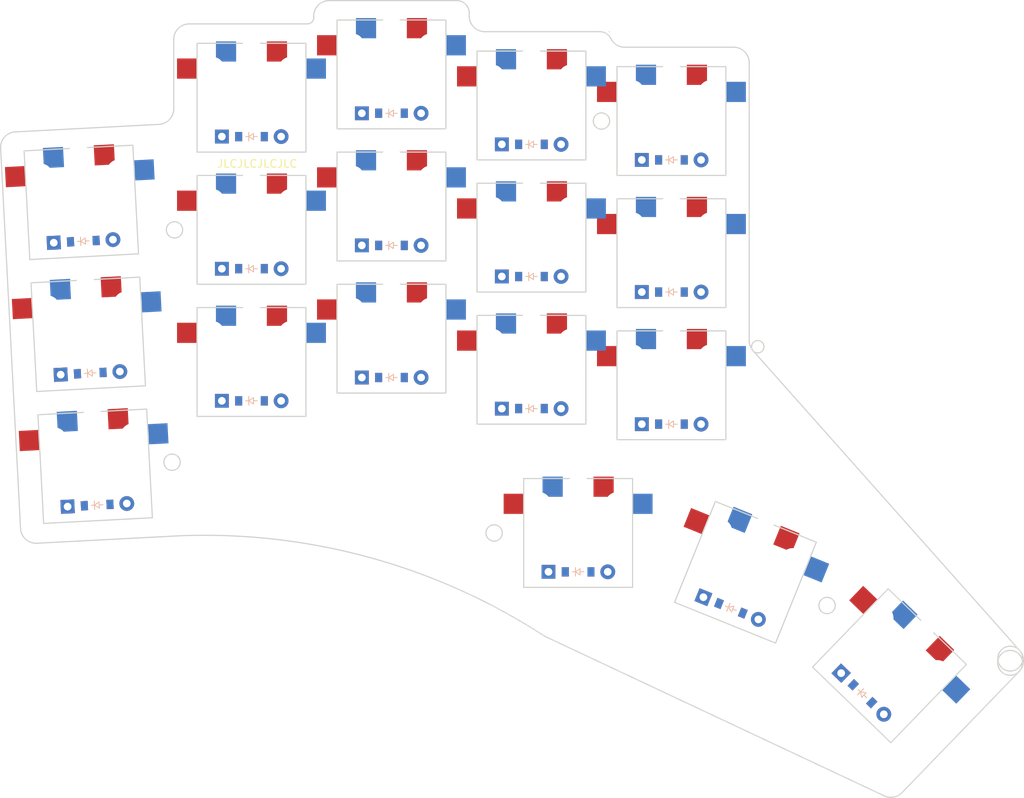
<source format=kicad_pcb>

            
(kicad_pcb (version 20171130) (host pcbnew 5.1.6)

  (page A3)
  (title_block
    (title top_plate)
    (rev v1.0.0)
    (company Unknown)
  )

  (general
    (thickness 1.6)
  )

  (layers
    (0 F.Cu signal)
    (31 B.Cu signal)
    (32 B.Adhes user)
    (33 F.Adhes user)
    (34 B.Paste user)
    (35 F.Paste user)
    (36 B.SilkS user)
    (37 F.SilkS user)
    (38 B.Mask user)
    (39 F.Mask user)
    (40 Dwgs.User user)
    (41 Cmts.User user)
    (42 Eco1.User user)
    (43 Eco2.User user)
    (44 Edge.Cuts user)
    (45 Margin user)
    (46 B.CrtYd user)
    (47 F.CrtYd user)
    (48 B.Fab user)
    (49 F.Fab user)
  )

  (setup
    (last_trace_width 0.25)
    (trace_clearance 0.2)
    (zone_clearance 0.508)
    (zone_45_only no)
    (trace_min 0.2)
    (via_size 0.8)
    (via_drill 0.4)
    (via_min_size 0.4)
    (via_min_drill 0.3)
    (uvia_size 0.3)
    (uvia_drill 0.1)
    (uvias_allowed no)
    (uvia_min_size 0.2)
    (uvia_min_drill 0.1)
    (edge_width 0.05)
    (segment_width 0.2)
    (pcb_text_width 0.3)
    (pcb_text_size 1.5 1.5)
    (mod_edge_width 0.12)
    (mod_text_size 1 1)
    (mod_text_width 0.15)
    (pad_size 1.524 1.524)
    (pad_drill 0.762)
    (pad_to_mask_clearance 0.05)
    (aux_axis_origin 0 0)
    (visible_elements FFFFFF7F)
    (pcbplotparams
      (layerselection 0x010fc_ffffffff)
      (usegerberextensions false)
      (usegerberattributes true)
      (usegerberadvancedattributes true)
      (creategerberjobfile true)
      (excludeedgelayer true)
      (linewidth 0.100000)
      (plotframeref false)
      (viasonmask false)
      (mode 1)
      (useauxorigin false)
      (hpglpennumber 1)
      (hpglpenspeed 20)
      (hpglpendiameter 15.000000)
      (psnegative false)
      (psa4output false)
      (plotreference true)
      (plotvalue true)
      (plotinvisibletext false)
      (padsonsilk false)
      (subtractmaskfromsilk false)
      (outputformat 1)
      (mirror false)
      (drillshape 1)
      (scaleselection 1)
      (outputdirectory ""))
  )

            (net 0 "")
(net 1 "pinky_bottom")
(net 2 "P20")
(net 3 "P6")
(net 4 "pinky_home")
(net 5 "P5")
(net 6 "pinky_top")
(net 7 "P4")
(net 8 "ring_bottom")
(net 9 "P19")
(net 10 "ring_home")
(net 11 "ring_top")
(net 12 "middle_bottom")
(net 13 "P18")
(net 14 "middle_home")
(net 15 "middle_top")
(net 16 "index_bottom")
(net 17 "P15")
(net 18 "index_home")
(net 19 "index_top")
(net 20 "inner_bottom")
(net 21 "P14")
(net 22 "inner_home")
(net 23 "inner_top")
(net 24 "near_thumb")
(net 25 "P7")
(net 26 "home_thumb")
(net 27 "far_thumb")
            
  (net_class Default "This is the default net class."
    (clearance 0.2)
    (trace_width 0.25)
    (via_dia 0.8)
    (via_drill 0.4)
    (uvia_dia 0.3)
    (uvia_drill 0.1)
    (add_net "")
(add_net "pinky_bottom")
(add_net "P20")
(add_net "P6")
(add_net "pinky_home")
(add_net "P5")
(add_net "pinky_top")
(add_net "P4")
(add_net "ring_bottom")
(add_net "P19")
(add_net "ring_home")
(add_net "ring_top")
(add_net "middle_bottom")
(add_net "P18")
(add_net "middle_home")
(add_net "middle_top")
(add_net "index_bottom")
(add_net "P15")
(add_net "index_home")
(add_net "index_top")
(add_net "inner_bottom")
(add_net "P14")
(add_net "inner_home")
(add_net "inner_top")
(add_net "near_thumb")
(add_net "P7")
(add_net "home_thumb")
(add_net "far_thumb")
  )

            
        
      (module PG1350 (layer F.Cu) (tedit 5DD50112)
      (at 18 0 3)

      
      (fp_text reference "S1" (at 0 0) (layer F.SilkS) hide (effects (font (size 1.27 1.27) (thickness 0.15))))
      (fp_text value "" (at 0 0) (layer F.SilkS) hide (effects (font (size 1.27 1.27) (thickness 0.15))))

      
      (fp_line (start -7 -6) (end -7 -7) (layer Dwgs.User) (width 0.15))
      (fp_line (start -7 7) (end -6 7) (layer Dwgs.User) (width 0.15))
      (fp_line (start -6 -7) (end -7 -7) (layer Dwgs.User) (width 0.15))
      (fp_line (start -7 7) (end -7 6) (layer Dwgs.User) (width 0.15))
      (fp_line (start 7 6) (end 7 7) (layer Dwgs.User) (width 0.15))
      (fp_line (start 7 -7) (end 6 -7) (layer Dwgs.User) (width 0.15))
      (fp_line (start 6 7) (end 7 7) (layer Dwgs.User) (width 0.15))
      (fp_line (start 7 -7) (end 7 -6) (layer Dwgs.User) (width 0.15))      
      
      
      (pad "" np_thru_hole circle (at 0 0) (size 3.429 3.429) (drill 3.429) (layers *.Cu *.Mask))
        
      
      (pad "" np_thru_hole circle (at 5.5 0) (size 1.7018 1.7018) (drill 1.7018) (layers *.Cu *.Mask))
      (pad "" np_thru_hole circle (at -5.5 0) (size 1.7018 1.7018) (drill 1.7018) (layers *.Cu *.Mask))
      
        
      
      (fp_line (start -9 -8.5) (end 9 -8.5) (layer Dwgs.User) (width 0.15))
      (fp_line (start 9 -8.5) (end 9 8.5) (layer Dwgs.User) (width 0.15))
      (fp_line (start 9 8.5) (end -9 8.5) (layer Dwgs.User) (width 0.15))
      (fp_line (start -9 8.5) (end -9 -8.5) (layer Dwgs.User) (width 0.15))
      
        
          
          (pad "" np_thru_hole circle (at 5 -3.75) (size 3 3) (drill 3) (layers *.Cu *.Mask))
          (pad "" np_thru_hole circle (at 0 -5.95) (size 3 3) (drill 3) (layers *.Cu *.Mask))
      
          
          (pad 1 smd rect (at -3.275 -5.95 3) (size 2.6 2.6) (layers B.Cu B.Paste B.Mask)  (net 1 "pinky_bottom"))
          (pad 2 smd rect (at 8.275 -3.75 3) (size 2.6 2.6) (layers B.Cu B.Paste B.Mask)  (net 2 "P20"))
        
        
          
          (pad "" np_thru_hole circle (at -5 -3.75) (size 3 3) (drill 3) (layers *.Cu *.Mask))
          (pad "" np_thru_hole circle (at 0 -5.95) (size 3 3) (drill 3) (layers *.Cu *.Mask))
      
          
          (pad 1 smd rect (at 3.275 -5.95 3) (size 2.6 2.6) (layers F.Cu F.Paste F.Mask)  (net 1 "pinky_bottom"))
          (pad 2 smd rect (at -8.275 -3.75 3) (size 2.6 2.6) (layers F.Cu F.Paste F.Mask)  (net 2 "P20"))
        )
        

  
    (module ComboDiode (layer F.Cu) (tedit 5B24D78E)


        (at 18.2616798 4.9931477 3)

        
        (fp_text reference "D1" (at 0 0) (layer F.SilkS) hide (effects (font (size 1.27 1.27) (thickness 0.15))))
        (fp_text value "" (at 0 0) (layer F.SilkS) hide (effects (font (size 1.27 1.27) (thickness 0.15))))
        
        
        (fp_line (start 0.25 0) (end 0.75 0) (layer F.SilkS) (width 0.1))
        (fp_line (start 0.25 0.4) (end -0.35 0) (layer F.SilkS) (width 0.1))
        (fp_line (start 0.25 -0.4) (end 0.25 0.4) (layer F.SilkS) (width 0.1))
        (fp_line (start -0.35 0) (end 0.25 -0.4) (layer F.SilkS) (width 0.1))
        (fp_line (start -0.35 0) (end -0.35 0.55) (layer F.SilkS) (width 0.1))
        (fp_line (start -0.35 0) (end -0.35 -0.55) (layer F.SilkS) (width 0.1))
        (fp_line (start -0.75 0) (end -0.35 0) (layer F.SilkS) (width 0.1))
        (fp_line (start 0.25 0) (end 0.75 0) (layer B.SilkS) (width 0.1))
        (fp_line (start 0.25 0.4) (end -0.35 0) (layer B.SilkS) (width 0.1))
        (fp_line (start 0.25 -0.4) (end 0.25 0.4) (layer B.SilkS) (width 0.1))
        (fp_line (start -0.35 0) (end 0.25 -0.4) (layer B.SilkS) (width 0.1))
        (fp_line (start -0.35 0) (end -0.35 0.55) (layer B.SilkS) (width 0.1))
        (fp_line (start -0.35 0) (end -0.35 -0.55) (layer B.SilkS) (width 0.1))
        (fp_line (start -0.75 0) (end -0.35 0) (layer B.SilkS) (width 0.1))
    
        
        (pad 1 smd rect (at -1.65 0 3) (size 0.9 1.2) (layers F.Cu F.Paste F.Mask) (net 3 "P6"))
        (pad 2 smd rect (at 1.65 0 3) (size 0.9 1.2) (layers B.Cu B.Paste B.Mask) (net 1 "pinky_bottom"))
        (pad 1 smd rect (at -1.65 0 3) (size 0.9 1.2) (layers B.Cu B.Paste B.Mask) (net 3 "P6"))
        (pad 2 smd rect (at 1.65 0 3) (size 0.9 1.2) (layers F.Cu F.Paste F.Mask) (net 1 "pinky_bottom"))
        
        
        (pad 1 thru_hole circle (at 3.81 0 3) (size 1.905 1.905) (drill 0.9906) (layers *.Cu *.Mask) (net 1 "pinky_bottom"))
        (pad 2 thru_hole rect (at -3.81 0 3) (size 1.778 1.778) (drill 0.9906) (layers *.Cu *.Mask) (net 3 "P6"))
    )
  
    

        
      (module PG1350 (layer F.Cu) (tedit 5DD50112)
      (at 17.1102887 -16.9767021 3)

      
      (fp_text reference "S2" (at 0 0) (layer F.SilkS) hide (effects (font (size 1.27 1.27) (thickness 0.15))))
      (fp_text value "" (at 0 0) (layer F.SilkS) hide (effects (font (size 1.27 1.27) (thickness 0.15))))

      
      (fp_line (start -7 -6) (end -7 -7) (layer Dwgs.User) (width 0.15))
      (fp_line (start -7 7) (end -6 7) (layer Dwgs.User) (width 0.15))
      (fp_line (start -6 -7) (end -7 -7) (layer Dwgs.User) (width 0.15))
      (fp_line (start -7 7) (end -7 6) (layer Dwgs.User) (width 0.15))
      (fp_line (start 7 6) (end 7 7) (layer Dwgs.User) (width 0.15))
      (fp_line (start 7 -7) (end 6 -7) (layer Dwgs.User) (width 0.15))
      (fp_line (start 6 7) (end 7 7) (layer Dwgs.User) (width 0.15))
      (fp_line (start 7 -7) (end 7 -6) (layer Dwgs.User) (width 0.15))      
      
      
      (pad "" np_thru_hole circle (at 0 0) (size 3.429 3.429) (drill 3.429) (layers *.Cu *.Mask))
        
      
      (pad "" np_thru_hole circle (at 5.5 0) (size 1.7018 1.7018) (drill 1.7018) (layers *.Cu *.Mask))
      (pad "" np_thru_hole circle (at -5.5 0) (size 1.7018 1.7018) (drill 1.7018) (layers *.Cu *.Mask))
      
        
      
      (fp_line (start -9 -8.5) (end 9 -8.5) (layer Dwgs.User) (width 0.15))
      (fp_line (start 9 -8.5) (end 9 8.5) (layer Dwgs.User) (width 0.15))
      (fp_line (start 9 8.5) (end -9 8.5) (layer Dwgs.User) (width 0.15))
      (fp_line (start -9 8.5) (end -9 -8.5) (layer Dwgs.User) (width 0.15))
      
        
          
          (pad "" np_thru_hole circle (at 5 -3.75) (size 3 3) (drill 3) (layers *.Cu *.Mask))
          (pad "" np_thru_hole circle (at 0 -5.95) (size 3 3) (drill 3) (layers *.Cu *.Mask))
      
          
          (pad 1 smd rect (at -3.275 -5.95 3) (size 2.6 2.6) (layers B.Cu B.Paste B.Mask)  (net 4 "pinky_home"))
          (pad 2 smd rect (at 8.275 -3.75 3) (size 2.6 2.6) (layers B.Cu B.Paste B.Mask)  (net 2 "P20"))
        
        
          
          (pad "" np_thru_hole circle (at -5 -3.75) (size 3 3) (drill 3) (layers *.Cu *.Mask))
          (pad "" np_thru_hole circle (at 0 -5.95) (size 3 3) (drill 3) (layers *.Cu *.Mask))
      
          
          (pad 1 smd rect (at 3.275 -5.95 3) (size 2.6 2.6) (layers F.Cu F.Paste F.Mask)  (net 4 "pinky_home"))
          (pad 2 smd rect (at -8.275 -3.75 3) (size 2.6 2.6) (layers F.Cu F.Paste F.Mask)  (net 2 "P20"))
        )
        

  
    (module ComboDiode (layer F.Cu) (tedit 5B24D78E)


        (at 17.3719685 -11.983554400000001 3)

        
        (fp_text reference "D2" (at 0 0) (layer F.SilkS) hide (effects (font (size 1.27 1.27) (thickness 0.15))))
        (fp_text value "" (at 0 0) (layer F.SilkS) hide (effects (font (size 1.27 1.27) (thickness 0.15))))
        
        
        (fp_line (start 0.25 0) (end 0.75 0) (layer F.SilkS) (width 0.1))
        (fp_line (start 0.25 0.4) (end -0.35 0) (layer F.SilkS) (width 0.1))
        (fp_line (start 0.25 -0.4) (end 0.25 0.4) (layer F.SilkS) (width 0.1))
        (fp_line (start -0.35 0) (end 0.25 -0.4) (layer F.SilkS) (width 0.1))
        (fp_line (start -0.35 0) (end -0.35 0.55) (layer F.SilkS) (width 0.1))
        (fp_line (start -0.35 0) (end -0.35 -0.55) (layer F.SilkS) (width 0.1))
        (fp_line (start -0.75 0) (end -0.35 0) (layer F.SilkS) (width 0.1))
        (fp_line (start 0.25 0) (end 0.75 0) (layer B.SilkS) (width 0.1))
        (fp_line (start 0.25 0.4) (end -0.35 0) (layer B.SilkS) (width 0.1))
        (fp_line (start 0.25 -0.4) (end 0.25 0.4) (layer B.SilkS) (width 0.1))
        (fp_line (start -0.35 0) (end 0.25 -0.4) (layer B.SilkS) (width 0.1))
        (fp_line (start -0.35 0) (end -0.35 0.55) (layer B.SilkS) (width 0.1))
        (fp_line (start -0.35 0) (end -0.35 -0.55) (layer B.SilkS) (width 0.1))
        (fp_line (start -0.75 0) (end -0.35 0) (layer B.SilkS) (width 0.1))
    
        
        (pad 1 smd rect (at -1.65 0 3) (size 0.9 1.2) (layers F.Cu F.Paste F.Mask) (net 5 "P5"))
        (pad 2 smd rect (at 1.65 0 3) (size 0.9 1.2) (layers B.Cu B.Paste B.Mask) (net 4 "pinky_home"))
        (pad 1 smd rect (at -1.65 0 3) (size 0.9 1.2) (layers B.Cu B.Paste B.Mask) (net 5 "P5"))
        (pad 2 smd rect (at 1.65 0 3) (size 0.9 1.2) (layers F.Cu F.Paste F.Mask) (net 4 "pinky_home"))
        
        
        (pad 1 thru_hole circle (at 3.81 0 3) (size 1.905 1.905) (drill 0.9906) (layers *.Cu *.Mask) (net 4 "pinky_home"))
        (pad 2 thru_hole rect (at -3.81 0 3) (size 1.778 1.778) (drill 0.9906) (layers *.Cu *.Mask) (net 5 "P5"))
    )
  
    

        
      (module PG1350 (layer F.Cu) (tedit 5DD50112)
      (at 16.2205775 -33.9534042 3)

      
      (fp_text reference "S3" (at 0 0) (layer F.SilkS) hide (effects (font (size 1.27 1.27) (thickness 0.15))))
      (fp_text value "" (at 0 0) (layer F.SilkS) hide (effects (font (size 1.27 1.27) (thickness 0.15))))

      
      (fp_line (start -7 -6) (end -7 -7) (layer Dwgs.User) (width 0.15))
      (fp_line (start -7 7) (end -6 7) (layer Dwgs.User) (width 0.15))
      (fp_line (start -6 -7) (end -7 -7) (layer Dwgs.User) (width 0.15))
      (fp_line (start -7 7) (end -7 6) (layer Dwgs.User) (width 0.15))
      (fp_line (start 7 6) (end 7 7) (layer Dwgs.User) (width 0.15))
      (fp_line (start 7 -7) (end 6 -7) (layer Dwgs.User) (width 0.15))
      (fp_line (start 6 7) (end 7 7) (layer Dwgs.User) (width 0.15))
      (fp_line (start 7 -7) (end 7 -6) (layer Dwgs.User) (width 0.15))      
      
      
      (pad "" np_thru_hole circle (at 0 0) (size 3.429 3.429) (drill 3.429) (layers *.Cu *.Mask))
        
      
      (pad "" np_thru_hole circle (at 5.5 0) (size 1.7018 1.7018) (drill 1.7018) (layers *.Cu *.Mask))
      (pad "" np_thru_hole circle (at -5.5 0) (size 1.7018 1.7018) (drill 1.7018) (layers *.Cu *.Mask))
      
        
      
      (fp_line (start -9 -8.5) (end 9 -8.5) (layer Dwgs.User) (width 0.15))
      (fp_line (start 9 -8.5) (end 9 8.5) (layer Dwgs.User) (width 0.15))
      (fp_line (start 9 8.5) (end -9 8.5) (layer Dwgs.User) (width 0.15))
      (fp_line (start -9 8.5) (end -9 -8.5) (layer Dwgs.User) (width 0.15))
      
        
          
          (pad "" np_thru_hole circle (at 5 -3.75) (size 3 3) (drill 3) (layers *.Cu *.Mask))
          (pad "" np_thru_hole circle (at 0 -5.95) (size 3 3) (drill 3) (layers *.Cu *.Mask))
      
          
          (pad 1 smd rect (at -3.275 -5.95 3) (size 2.6 2.6) (layers B.Cu B.Paste B.Mask)  (net 6 "pinky_top"))
          (pad 2 smd rect (at 8.275 -3.75 3) (size 2.6 2.6) (layers B.Cu B.Paste B.Mask)  (net 2 "P20"))
        
        
          
          (pad "" np_thru_hole circle (at -5 -3.75) (size 3 3) (drill 3) (layers *.Cu *.Mask))
          (pad "" np_thru_hole circle (at 0 -5.95) (size 3 3) (drill 3) (layers *.Cu *.Mask))
      
          
          (pad 1 smd rect (at 3.275 -5.95 3) (size 2.6 2.6) (layers F.Cu F.Paste F.Mask)  (net 6 "pinky_top"))
          (pad 2 smd rect (at -8.275 -3.75 3) (size 2.6 2.6) (layers F.Cu F.Paste F.Mask)  (net 2 "P20"))
        )
        

  
    (module ComboDiode (layer F.Cu) (tedit 5B24D78E)


        (at 16.4822573 -28.9602565 3)

        
        (fp_text reference "D3" (at 0 0) (layer F.SilkS) hide (effects (font (size 1.27 1.27) (thickness 0.15))))
        (fp_text value "" (at 0 0) (layer F.SilkS) hide (effects (font (size 1.27 1.27) (thickness 0.15))))
        
        
        (fp_line (start 0.25 0) (end 0.75 0) (layer F.SilkS) (width 0.1))
        (fp_line (start 0.25 0.4) (end -0.35 0) (layer F.SilkS) (width 0.1))
        (fp_line (start 0.25 -0.4) (end 0.25 0.4) (layer F.SilkS) (width 0.1))
        (fp_line (start -0.35 0) (end 0.25 -0.4) (layer F.SilkS) (width 0.1))
        (fp_line (start -0.35 0) (end -0.35 0.55) (layer F.SilkS) (width 0.1))
        (fp_line (start -0.35 0) (end -0.35 -0.55) (layer F.SilkS) (width 0.1))
        (fp_line (start -0.75 0) (end -0.35 0) (layer F.SilkS) (width 0.1))
        (fp_line (start 0.25 0) (end 0.75 0) (layer B.SilkS) (width 0.1))
        (fp_line (start 0.25 0.4) (end -0.35 0) (layer B.SilkS) (width 0.1))
        (fp_line (start 0.25 -0.4) (end 0.25 0.4) (layer B.SilkS) (width 0.1))
        (fp_line (start -0.35 0) (end 0.25 -0.4) (layer B.SilkS) (width 0.1))
        (fp_line (start -0.35 0) (end -0.35 0.55) (layer B.SilkS) (width 0.1))
        (fp_line (start -0.35 0) (end -0.35 -0.55) (layer B.SilkS) (width 0.1))
        (fp_line (start -0.75 0) (end -0.35 0) (layer B.SilkS) (width 0.1))
    
        
        (pad 1 smd rect (at -1.65 0 3) (size 0.9 1.2) (layers F.Cu F.Paste F.Mask) (net 7 "P4"))
        (pad 2 smd rect (at 1.65 0 3) (size 0.9 1.2) (layers B.Cu B.Paste B.Mask) (net 6 "pinky_top"))
        (pad 1 smd rect (at -1.65 0 3) (size 0.9 1.2) (layers B.Cu B.Paste B.Mask) (net 7 "P4"))
        (pad 2 smd rect (at 1.65 0 3) (size 0.9 1.2) (layers F.Cu F.Paste F.Mask) (net 6 "pinky_top"))
        
        
        (pad 1 thru_hole circle (at 3.81 0 3) (size 1.905 1.905) (drill 0.9906) (layers *.Cu *.Mask) (net 6 "pinky_top"))
        (pad 2 thru_hole rect (at -3.81 0 3) (size 1.778 1.778) (drill 0.9906) (layers *.Cu *.Mask) (net 7 "P4"))
    )
  
    

        
      (module PG1350 (layer F.Cu) (tedit 5DD50112)
      (at 38.103326100000004 -13.416443300000001 0)

      
      (fp_text reference "S4" (at 0 0) (layer F.SilkS) hide (effects (font (size 1.27 1.27) (thickness 0.15))))
      (fp_text value "" (at 0 0) (layer F.SilkS) hide (effects (font (size 1.27 1.27) (thickness 0.15))))

      
      (fp_line (start -7 -6) (end -7 -7) (layer Dwgs.User) (width 0.15))
      (fp_line (start -7 7) (end -6 7) (layer Dwgs.User) (width 0.15))
      (fp_line (start -6 -7) (end -7 -7) (layer Dwgs.User) (width 0.15))
      (fp_line (start -7 7) (end -7 6) (layer Dwgs.User) (width 0.15))
      (fp_line (start 7 6) (end 7 7) (layer Dwgs.User) (width 0.15))
      (fp_line (start 7 -7) (end 6 -7) (layer Dwgs.User) (width 0.15))
      (fp_line (start 6 7) (end 7 7) (layer Dwgs.User) (width 0.15))
      (fp_line (start 7 -7) (end 7 -6) (layer Dwgs.User) (width 0.15))      
      
      
      (pad "" np_thru_hole circle (at 0 0) (size 3.429 3.429) (drill 3.429) (layers *.Cu *.Mask))
        
      
      (pad "" np_thru_hole circle (at 5.5 0) (size 1.7018 1.7018) (drill 1.7018) (layers *.Cu *.Mask))
      (pad "" np_thru_hole circle (at -5.5 0) (size 1.7018 1.7018) (drill 1.7018) (layers *.Cu *.Mask))
      
        
      
      (fp_line (start -9 -8.5) (end 9 -8.5) (layer Dwgs.User) (width 0.15))
      (fp_line (start 9 -8.5) (end 9 8.5) (layer Dwgs.User) (width 0.15))
      (fp_line (start 9 8.5) (end -9 8.5) (layer Dwgs.User) (width 0.15))
      (fp_line (start -9 8.5) (end -9 -8.5) (layer Dwgs.User) (width 0.15))
      
        
          
          (pad "" np_thru_hole circle (at 5 -3.75) (size 3 3) (drill 3) (layers *.Cu *.Mask))
          (pad "" np_thru_hole circle (at 0 -5.95) (size 3 3) (drill 3) (layers *.Cu *.Mask))
      
          
          (pad 1 smd rect (at -3.275 -5.95 0) (size 2.6 2.6) (layers B.Cu B.Paste B.Mask)  (net 8 "ring_bottom"))
          (pad 2 smd rect (at 8.275 -3.75 0) (size 2.6 2.6) (layers B.Cu B.Paste B.Mask)  (net 9 "P19"))
        
        
          
          (pad "" np_thru_hole circle (at -5 -3.75) (size 3 3) (drill 3) (layers *.Cu *.Mask))
          (pad "" np_thru_hole circle (at 0 -5.95) (size 3 3) (drill 3) (layers *.Cu *.Mask))
      
          
          (pad 1 smd rect (at 3.275 -5.95 0) (size 2.6 2.6) (layers F.Cu F.Paste F.Mask)  (net 8 "ring_bottom"))
          (pad 2 smd rect (at -8.275 -3.75 0) (size 2.6 2.6) (layers F.Cu F.Paste F.Mask)  (net 9 "P19"))
        )
        

  
    (module ComboDiode (layer F.Cu) (tedit 5B24D78E)


        (at 38.103326100000004 -8.416443300000001 0)

        
        (fp_text reference "D4" (at 0 0) (layer F.SilkS) hide (effects (font (size 1.27 1.27) (thickness 0.15))))
        (fp_text value "" (at 0 0) (layer F.SilkS) hide (effects (font (size 1.27 1.27) (thickness 0.15))))
        
        
        (fp_line (start 0.25 0) (end 0.75 0) (layer F.SilkS) (width 0.1))
        (fp_line (start 0.25 0.4) (end -0.35 0) (layer F.SilkS) (width 0.1))
        (fp_line (start 0.25 -0.4) (end 0.25 0.4) (layer F.SilkS) (width 0.1))
        (fp_line (start -0.35 0) (end 0.25 -0.4) (layer F.SilkS) (width 0.1))
        (fp_line (start -0.35 0) (end -0.35 0.55) (layer F.SilkS) (width 0.1))
        (fp_line (start -0.35 0) (end -0.35 -0.55) (layer F.SilkS) (width 0.1))
        (fp_line (start -0.75 0) (end -0.35 0) (layer F.SilkS) (width 0.1))
        (fp_line (start 0.25 0) (end 0.75 0) (layer B.SilkS) (width 0.1))
        (fp_line (start 0.25 0.4) (end -0.35 0) (layer B.SilkS) (width 0.1))
        (fp_line (start 0.25 -0.4) (end 0.25 0.4) (layer B.SilkS) (width 0.1))
        (fp_line (start -0.35 0) (end 0.25 -0.4) (layer B.SilkS) (width 0.1))
        (fp_line (start -0.35 0) (end -0.35 0.55) (layer B.SilkS) (width 0.1))
        (fp_line (start -0.35 0) (end -0.35 -0.55) (layer B.SilkS) (width 0.1))
        (fp_line (start -0.75 0) (end -0.35 0) (layer B.SilkS) (width 0.1))
    
        
        (pad 1 smd rect (at -1.65 0 0) (size 0.9 1.2) (layers F.Cu F.Paste F.Mask) (net 3 "P6"))
        (pad 2 smd rect (at 1.65 0 0) (size 0.9 1.2) (layers B.Cu B.Paste B.Mask) (net 8 "ring_bottom"))
        (pad 1 smd rect (at -1.65 0 0) (size 0.9 1.2) (layers B.Cu B.Paste B.Mask) (net 3 "P6"))
        (pad 2 smd rect (at 1.65 0 0) (size 0.9 1.2) (layers F.Cu F.Paste F.Mask) (net 8 "ring_bottom"))
        
        
        (pad 1 thru_hole circle (at 3.81 0 0) (size 1.905 1.905) (drill 0.9906) (layers *.Cu *.Mask) (net 8 "ring_bottom"))
        (pad 2 thru_hole rect (at -3.81 0 0) (size 1.778 1.778) (drill 0.9906) (layers *.Cu *.Mask) (net 3 "P6"))
    )
  
    

        
      (module PG1350 (layer F.Cu) (tedit 5DD50112)
      (at 38.103326100000004 -30.4164433 0)

      
      (fp_text reference "S5" (at 0 0) (layer F.SilkS) hide (effects (font (size 1.27 1.27) (thickness 0.15))))
      (fp_text value "" (at 0 0) (layer F.SilkS) hide (effects (font (size 1.27 1.27) (thickness 0.15))))

      
      (fp_line (start -7 -6) (end -7 -7) (layer Dwgs.User) (width 0.15))
      (fp_line (start -7 7) (end -6 7) (layer Dwgs.User) (width 0.15))
      (fp_line (start -6 -7) (end -7 -7) (layer Dwgs.User) (width 0.15))
      (fp_line (start -7 7) (end -7 6) (layer Dwgs.User) (width 0.15))
      (fp_line (start 7 6) (end 7 7) (layer Dwgs.User) (width 0.15))
      (fp_line (start 7 -7) (end 6 -7) (layer Dwgs.User) (width 0.15))
      (fp_line (start 6 7) (end 7 7) (layer Dwgs.User) (width 0.15))
      (fp_line (start 7 -7) (end 7 -6) (layer Dwgs.User) (width 0.15))      
      
      
      (pad "" np_thru_hole circle (at 0 0) (size 3.429 3.429) (drill 3.429) (layers *.Cu *.Mask))
        
      
      (pad "" np_thru_hole circle (at 5.5 0) (size 1.7018 1.7018) (drill 1.7018) (layers *.Cu *.Mask))
      (pad "" np_thru_hole circle (at -5.5 0) (size 1.7018 1.7018) (drill 1.7018) (layers *.Cu *.Mask))
      
        
      
      (fp_line (start -9 -8.5) (end 9 -8.5) (layer Dwgs.User) (width 0.15))
      (fp_line (start 9 -8.5) (end 9 8.5) (layer Dwgs.User) (width 0.15))
      (fp_line (start 9 8.5) (end -9 8.5) (layer Dwgs.User) (width 0.15))
      (fp_line (start -9 8.5) (end -9 -8.5) (layer Dwgs.User) (width 0.15))
      
        
          
          (pad "" np_thru_hole circle (at 5 -3.75) (size 3 3) (drill 3) (layers *.Cu *.Mask))
          (pad "" np_thru_hole circle (at 0 -5.95) (size 3 3) (drill 3) (layers *.Cu *.Mask))
      
          
          (pad 1 smd rect (at -3.275 -5.95 0) (size 2.6 2.6) (layers B.Cu B.Paste B.Mask)  (net 10 "ring_home"))
          (pad 2 smd rect (at 8.275 -3.75 0) (size 2.6 2.6) (layers B.Cu B.Paste B.Mask)  (net 9 "P19"))
        
        
          
          (pad "" np_thru_hole circle (at -5 -3.75) (size 3 3) (drill 3) (layers *.Cu *.Mask))
          (pad "" np_thru_hole circle (at 0 -5.95) (size 3 3) (drill 3) (layers *.Cu *.Mask))
      
          
          (pad 1 smd rect (at 3.275 -5.95 0) (size 2.6 2.6) (layers F.Cu F.Paste F.Mask)  (net 10 "ring_home"))
          (pad 2 smd rect (at -8.275 -3.75 0) (size 2.6 2.6) (layers F.Cu F.Paste F.Mask)  (net 9 "P19"))
        )
        

  
    (module ComboDiode (layer F.Cu) (tedit 5B24D78E)


        (at 38.103326100000004 -25.4164433 0)

        
        (fp_text reference "D5" (at 0 0) (layer F.SilkS) hide (effects (font (size 1.27 1.27) (thickness 0.15))))
        (fp_text value "" (at 0 0) (layer F.SilkS) hide (effects (font (size 1.27 1.27) (thickness 0.15))))
        
        
        (fp_line (start 0.25 0) (end 0.75 0) (layer F.SilkS) (width 0.1))
        (fp_line (start 0.25 0.4) (end -0.35 0) (layer F.SilkS) (width 0.1))
        (fp_line (start 0.25 -0.4) (end 0.25 0.4) (layer F.SilkS) (width 0.1))
        (fp_line (start -0.35 0) (end 0.25 -0.4) (layer F.SilkS) (width 0.1))
        (fp_line (start -0.35 0) (end -0.35 0.55) (layer F.SilkS) (width 0.1))
        (fp_line (start -0.35 0) (end -0.35 -0.55) (layer F.SilkS) (width 0.1))
        (fp_line (start -0.75 0) (end -0.35 0) (layer F.SilkS) (width 0.1))
        (fp_line (start 0.25 0) (end 0.75 0) (layer B.SilkS) (width 0.1))
        (fp_line (start 0.25 0.4) (end -0.35 0) (layer B.SilkS) (width 0.1))
        (fp_line (start 0.25 -0.4) (end 0.25 0.4) (layer B.SilkS) (width 0.1))
        (fp_line (start -0.35 0) (end 0.25 -0.4) (layer B.SilkS) (width 0.1))
        (fp_line (start -0.35 0) (end -0.35 0.55) (layer B.SilkS) (width 0.1))
        (fp_line (start -0.35 0) (end -0.35 -0.55) (layer B.SilkS) (width 0.1))
        (fp_line (start -0.75 0) (end -0.35 0) (layer B.SilkS) (width 0.1))
    
        
        (pad 1 smd rect (at -1.65 0 0) (size 0.9 1.2) (layers F.Cu F.Paste F.Mask) (net 5 "P5"))
        (pad 2 smd rect (at 1.65 0 0) (size 0.9 1.2) (layers B.Cu B.Paste B.Mask) (net 10 "ring_home"))
        (pad 1 smd rect (at -1.65 0 0) (size 0.9 1.2) (layers B.Cu B.Paste B.Mask) (net 5 "P5"))
        (pad 2 smd rect (at 1.65 0 0) (size 0.9 1.2) (layers F.Cu F.Paste F.Mask) (net 10 "ring_home"))
        
        
        (pad 1 thru_hole circle (at 3.81 0 0) (size 1.905 1.905) (drill 0.9906) (layers *.Cu *.Mask) (net 10 "ring_home"))
        (pad 2 thru_hole rect (at -3.81 0 0) (size 1.778 1.778) (drill 0.9906) (layers *.Cu *.Mask) (net 5 "P5"))
    )
  
    

        
      (module PG1350 (layer F.Cu) (tedit 5DD50112)
      (at 38.103326100000004 -47.4164433 0)

      
      (fp_text reference "S6" (at 0 0) (layer F.SilkS) hide (effects (font (size 1.27 1.27) (thickness 0.15))))
      (fp_text value "" (at 0 0) (layer F.SilkS) hide (effects (font (size 1.27 1.27) (thickness 0.15))))

      
      (fp_line (start -7 -6) (end -7 -7) (layer Dwgs.User) (width 0.15))
      (fp_line (start -7 7) (end -6 7) (layer Dwgs.User) (width 0.15))
      (fp_line (start -6 -7) (end -7 -7) (layer Dwgs.User) (width 0.15))
      (fp_line (start -7 7) (end -7 6) (layer Dwgs.User) (width 0.15))
      (fp_line (start 7 6) (end 7 7) (layer Dwgs.User) (width 0.15))
      (fp_line (start 7 -7) (end 6 -7) (layer Dwgs.User) (width 0.15))
      (fp_line (start 6 7) (end 7 7) (layer Dwgs.User) (width 0.15))
      (fp_line (start 7 -7) (end 7 -6) (layer Dwgs.User) (width 0.15))      
      
      
      (pad "" np_thru_hole circle (at 0 0) (size 3.429 3.429) (drill 3.429) (layers *.Cu *.Mask))
        
      
      (pad "" np_thru_hole circle (at 5.5 0) (size 1.7018 1.7018) (drill 1.7018) (layers *.Cu *.Mask))
      (pad "" np_thru_hole circle (at -5.5 0) (size 1.7018 1.7018) (drill 1.7018) (layers *.Cu *.Mask))
      
        
      
      (fp_line (start -9 -8.5) (end 9 -8.5) (layer Dwgs.User) (width 0.15))
      (fp_line (start 9 -8.5) (end 9 8.5) (layer Dwgs.User) (width 0.15))
      (fp_line (start 9 8.5) (end -9 8.5) (layer Dwgs.User) (width 0.15))
      (fp_line (start -9 8.5) (end -9 -8.5) (layer Dwgs.User) (width 0.15))
      
        
          
          (pad "" np_thru_hole circle (at 5 -3.75) (size 3 3) (drill 3) (layers *.Cu *.Mask))
          (pad "" np_thru_hole circle (at 0 -5.95) (size 3 3) (drill 3) (layers *.Cu *.Mask))
      
          
          (pad 1 smd rect (at -3.275 -5.95 0) (size 2.6 2.6) (layers B.Cu B.Paste B.Mask)  (net 11 "ring_top"))
          (pad 2 smd rect (at 8.275 -3.75 0) (size 2.6 2.6) (layers B.Cu B.Paste B.Mask)  (net 9 "P19"))
        
        
          
          (pad "" np_thru_hole circle (at -5 -3.75) (size 3 3) (drill 3) (layers *.Cu *.Mask))
          (pad "" np_thru_hole circle (at 0 -5.95) (size 3 3) (drill 3) (layers *.Cu *.Mask))
      
          
          (pad 1 smd rect (at 3.275 -5.95 0) (size 2.6 2.6) (layers F.Cu F.Paste F.Mask)  (net 11 "ring_top"))
          (pad 2 smd rect (at -8.275 -3.75 0) (size 2.6 2.6) (layers F.Cu F.Paste F.Mask)  (net 9 "P19"))
        )
        

  
    (module ComboDiode (layer F.Cu) (tedit 5B24D78E)


        (at 38.103326100000004 -42.4164433 0)

        
        (fp_text reference "D6" (at 0 0) (layer F.SilkS) hide (effects (font (size 1.27 1.27) (thickness 0.15))))
        (fp_text value "" (at 0 0) (layer F.SilkS) hide (effects (font (size 1.27 1.27) (thickness 0.15))))
        
        
        (fp_line (start 0.25 0) (end 0.75 0) (layer F.SilkS) (width 0.1))
        (fp_line (start 0.25 0.4) (end -0.35 0) (layer F.SilkS) (width 0.1))
        (fp_line (start 0.25 -0.4) (end 0.25 0.4) (layer F.SilkS) (width 0.1))
        (fp_line (start -0.35 0) (end 0.25 -0.4) (layer F.SilkS) (width 0.1))
        (fp_line (start -0.35 0) (end -0.35 0.55) (layer F.SilkS) (width 0.1))
        (fp_line (start -0.35 0) (end -0.35 -0.55) (layer F.SilkS) (width 0.1))
        (fp_line (start -0.75 0) (end -0.35 0) (layer F.SilkS) (width 0.1))
        (fp_line (start 0.25 0) (end 0.75 0) (layer B.SilkS) (width 0.1))
        (fp_line (start 0.25 0.4) (end -0.35 0) (layer B.SilkS) (width 0.1))
        (fp_line (start 0.25 -0.4) (end 0.25 0.4) (layer B.SilkS) (width 0.1))
        (fp_line (start -0.35 0) (end 0.25 -0.4) (layer B.SilkS) (width 0.1))
        (fp_line (start -0.35 0) (end -0.35 0.55) (layer B.SilkS) (width 0.1))
        (fp_line (start -0.35 0) (end -0.35 -0.55) (layer B.SilkS) (width 0.1))
        (fp_line (start -0.75 0) (end -0.35 0) (layer B.SilkS) (width 0.1))
    
        
        (pad 1 smd rect (at -1.65 0 0) (size 0.9 1.2) (layers F.Cu F.Paste F.Mask) (net 7 "P4"))
        (pad 2 smd rect (at 1.65 0 0) (size 0.9 1.2) (layers B.Cu B.Paste B.Mask) (net 11 "ring_top"))
        (pad 1 smd rect (at -1.65 0 0) (size 0.9 1.2) (layers B.Cu B.Paste B.Mask) (net 7 "P4"))
        (pad 2 smd rect (at 1.65 0 0) (size 0.9 1.2) (layers F.Cu F.Paste F.Mask) (net 11 "ring_top"))
        
        
        (pad 1 thru_hole circle (at 3.81 0 0) (size 1.905 1.905) (drill 0.9906) (layers *.Cu *.Mask) (net 11 "ring_top"))
        (pad 2 thru_hole rect (at -3.81 0 0) (size 1.778 1.778) (drill 0.9906) (layers *.Cu *.Mask) (net 7 "P4"))
    )
  
    

        
      (module PG1350 (layer F.Cu) (tedit 5DD50112)
      (at 56.103326100000004 -16.4164432 0)

      
      (fp_text reference "S7" (at 0 0) (layer F.SilkS) hide (effects (font (size 1.27 1.27) (thickness 0.15))))
      (fp_text value "" (at 0 0) (layer F.SilkS) hide (effects (font (size 1.27 1.27) (thickness 0.15))))

      
      (fp_line (start -7 -6) (end -7 -7) (layer Dwgs.User) (width 0.15))
      (fp_line (start -7 7) (end -6 7) (layer Dwgs.User) (width 0.15))
      (fp_line (start -6 -7) (end -7 -7) (layer Dwgs.User) (width 0.15))
      (fp_line (start -7 7) (end -7 6) (layer Dwgs.User) (width 0.15))
      (fp_line (start 7 6) (end 7 7) (layer Dwgs.User) (width 0.15))
      (fp_line (start 7 -7) (end 6 -7) (layer Dwgs.User) (width 0.15))
      (fp_line (start 6 7) (end 7 7) (layer Dwgs.User) (width 0.15))
      (fp_line (start 7 -7) (end 7 -6) (layer Dwgs.User) (width 0.15))      
      
      
      (pad "" np_thru_hole circle (at 0 0) (size 3.429 3.429) (drill 3.429) (layers *.Cu *.Mask))
        
      
      (pad "" np_thru_hole circle (at 5.5 0) (size 1.7018 1.7018) (drill 1.7018) (layers *.Cu *.Mask))
      (pad "" np_thru_hole circle (at -5.5 0) (size 1.7018 1.7018) (drill 1.7018) (layers *.Cu *.Mask))
      
        
      
      (fp_line (start -9 -8.5) (end 9 -8.5) (layer Dwgs.User) (width 0.15))
      (fp_line (start 9 -8.5) (end 9 8.5) (layer Dwgs.User) (width 0.15))
      (fp_line (start 9 8.5) (end -9 8.5) (layer Dwgs.User) (width 0.15))
      (fp_line (start -9 8.5) (end -9 -8.5) (layer Dwgs.User) (width 0.15))
      
        
          
          (pad "" np_thru_hole circle (at 5 -3.75) (size 3 3) (drill 3) (layers *.Cu *.Mask))
          (pad "" np_thru_hole circle (at 0 -5.95) (size 3 3) (drill 3) (layers *.Cu *.Mask))
      
          
          (pad 1 smd rect (at -3.275 -5.95 0) (size 2.6 2.6) (layers B.Cu B.Paste B.Mask)  (net 12 "middle_bottom"))
          (pad 2 smd rect (at 8.275 -3.75 0) (size 2.6 2.6) (layers B.Cu B.Paste B.Mask)  (net 13 "P18"))
        
        
          
          (pad "" np_thru_hole circle (at -5 -3.75) (size 3 3) (drill 3) (layers *.Cu *.Mask))
          (pad "" np_thru_hole circle (at 0 -5.95) (size 3 3) (drill 3) (layers *.Cu *.Mask))
      
          
          (pad 1 smd rect (at 3.275 -5.95 0) (size 2.6 2.6) (layers F.Cu F.Paste F.Mask)  (net 12 "middle_bottom"))
          (pad 2 smd rect (at -8.275 -3.75 0) (size 2.6 2.6) (layers F.Cu F.Paste F.Mask)  (net 13 "P18"))
        )
        

  
    (module ComboDiode (layer F.Cu) (tedit 5B24D78E)


        (at 56.103326100000004 -11.4164432 0)

        
        (fp_text reference "D7" (at 0 0) (layer F.SilkS) hide (effects (font (size 1.27 1.27) (thickness 0.15))))
        (fp_text value "" (at 0 0) (layer F.SilkS) hide (effects (font (size 1.27 1.27) (thickness 0.15))))
        
        
        (fp_line (start 0.25 0) (end 0.75 0) (layer F.SilkS) (width 0.1))
        (fp_line (start 0.25 0.4) (end -0.35 0) (layer F.SilkS) (width 0.1))
        (fp_line (start 0.25 -0.4) (end 0.25 0.4) (layer F.SilkS) (width 0.1))
        (fp_line (start -0.35 0) (end 0.25 -0.4) (layer F.SilkS) (width 0.1))
        (fp_line (start -0.35 0) (end -0.35 0.55) (layer F.SilkS) (width 0.1))
        (fp_line (start -0.35 0) (end -0.35 -0.55) (layer F.SilkS) (width 0.1))
        (fp_line (start -0.75 0) (end -0.35 0) (layer F.SilkS) (width 0.1))
        (fp_line (start 0.25 0) (end 0.75 0) (layer B.SilkS) (width 0.1))
        (fp_line (start 0.25 0.4) (end -0.35 0) (layer B.SilkS) (width 0.1))
        (fp_line (start 0.25 -0.4) (end 0.25 0.4) (layer B.SilkS) (width 0.1))
        (fp_line (start -0.35 0) (end 0.25 -0.4) (layer B.SilkS) (width 0.1))
        (fp_line (start -0.35 0) (end -0.35 0.55) (layer B.SilkS) (width 0.1))
        (fp_line (start -0.35 0) (end -0.35 -0.55) (layer B.SilkS) (width 0.1))
        (fp_line (start -0.75 0) (end -0.35 0) (layer B.SilkS) (width 0.1))
    
        
        (pad 1 smd rect (at -1.65 0 0) (size 0.9 1.2) (layers F.Cu F.Paste F.Mask) (net 3 "P6"))
        (pad 2 smd rect (at 1.65 0 0) (size 0.9 1.2) (layers B.Cu B.Paste B.Mask) (net 12 "middle_bottom"))
        (pad 1 smd rect (at -1.65 0 0) (size 0.9 1.2) (layers B.Cu B.Paste B.Mask) (net 3 "P6"))
        (pad 2 smd rect (at 1.65 0 0) (size 0.9 1.2) (layers F.Cu F.Paste F.Mask) (net 12 "middle_bottom"))
        
        
        (pad 1 thru_hole circle (at 3.81 0 0) (size 1.905 1.905) (drill 0.9906) (layers *.Cu *.Mask) (net 12 "middle_bottom"))
        (pad 2 thru_hole rect (at -3.81 0 0) (size 1.778 1.778) (drill 0.9906) (layers *.Cu *.Mask) (net 3 "P6"))
    )
  
    

        
      (module PG1350 (layer F.Cu) (tedit 5DD50112)
      (at 56.103326100000004 -33.4164433 0)

      
      (fp_text reference "S8" (at 0 0) (layer F.SilkS) hide (effects (font (size 1.27 1.27) (thickness 0.15))))
      (fp_text value "" (at 0 0) (layer F.SilkS) hide (effects (font (size 1.27 1.27) (thickness 0.15))))

      
      (fp_line (start -7 -6) (end -7 -7) (layer Dwgs.User) (width 0.15))
      (fp_line (start -7 7) (end -6 7) (layer Dwgs.User) (width 0.15))
      (fp_line (start -6 -7) (end -7 -7) (layer Dwgs.User) (width 0.15))
      (fp_line (start -7 7) (end -7 6) (layer Dwgs.User) (width 0.15))
      (fp_line (start 7 6) (end 7 7) (layer Dwgs.User) (width 0.15))
      (fp_line (start 7 -7) (end 6 -7) (layer Dwgs.User) (width 0.15))
      (fp_line (start 6 7) (end 7 7) (layer Dwgs.User) (width 0.15))
      (fp_line (start 7 -7) (end 7 -6) (layer Dwgs.User) (width 0.15))      
      
      
      (pad "" np_thru_hole circle (at 0 0) (size 3.429 3.429) (drill 3.429) (layers *.Cu *.Mask))
        
      
      (pad "" np_thru_hole circle (at 5.5 0) (size 1.7018 1.7018) (drill 1.7018) (layers *.Cu *.Mask))
      (pad "" np_thru_hole circle (at -5.5 0) (size 1.7018 1.7018) (drill 1.7018) (layers *.Cu *.Mask))
      
        
      
      (fp_line (start -9 -8.5) (end 9 -8.5) (layer Dwgs.User) (width 0.15))
      (fp_line (start 9 -8.5) (end 9 8.5) (layer Dwgs.User) (width 0.15))
      (fp_line (start 9 8.5) (end -9 8.5) (layer Dwgs.User) (width 0.15))
      (fp_line (start -9 8.5) (end -9 -8.5) (layer Dwgs.User) (width 0.15))
      
        
          
          (pad "" np_thru_hole circle (at 5 -3.75) (size 3 3) (drill 3) (layers *.Cu *.Mask))
          (pad "" np_thru_hole circle (at 0 -5.95) (size 3 3) (drill 3) (layers *.Cu *.Mask))
      
          
          (pad 1 smd rect (at -3.275 -5.95 0) (size 2.6 2.6) (layers B.Cu B.Paste B.Mask)  (net 14 "middle_home"))
          (pad 2 smd rect (at 8.275 -3.75 0) (size 2.6 2.6) (layers B.Cu B.Paste B.Mask)  (net 13 "P18"))
        
        
          
          (pad "" np_thru_hole circle (at -5 -3.75) (size 3 3) (drill 3) (layers *.Cu *.Mask))
          (pad "" np_thru_hole circle (at 0 -5.95) (size 3 3) (drill 3) (layers *.Cu *.Mask))
      
          
          (pad 1 smd rect (at 3.275 -5.95 0) (size 2.6 2.6) (layers F.Cu F.Paste F.Mask)  (net 14 "middle_home"))
          (pad 2 smd rect (at -8.275 -3.75 0) (size 2.6 2.6) (layers F.Cu F.Paste F.Mask)  (net 13 "P18"))
        )
        

  
    (module ComboDiode (layer F.Cu) (tedit 5B24D78E)


        (at 56.103326100000004 -28.416443299999997 0)

        
        (fp_text reference "D8" (at 0 0) (layer F.SilkS) hide (effects (font (size 1.27 1.27) (thickness 0.15))))
        (fp_text value "" (at 0 0) (layer F.SilkS) hide (effects (font (size 1.27 1.27) (thickness 0.15))))
        
        
        (fp_line (start 0.25 0) (end 0.75 0) (layer F.SilkS) (width 0.1))
        (fp_line (start 0.25 0.4) (end -0.35 0) (layer F.SilkS) (width 0.1))
        (fp_line (start 0.25 -0.4) (end 0.25 0.4) (layer F.SilkS) (width 0.1))
        (fp_line (start -0.35 0) (end 0.25 -0.4) (layer F.SilkS) (width 0.1))
        (fp_line (start -0.35 0) (end -0.35 0.55) (layer F.SilkS) (width 0.1))
        (fp_line (start -0.35 0) (end -0.35 -0.55) (layer F.SilkS) (width 0.1))
        (fp_line (start -0.75 0) (end -0.35 0) (layer F.SilkS) (width 0.1))
        (fp_line (start 0.25 0) (end 0.75 0) (layer B.SilkS) (width 0.1))
        (fp_line (start 0.25 0.4) (end -0.35 0) (layer B.SilkS) (width 0.1))
        (fp_line (start 0.25 -0.4) (end 0.25 0.4) (layer B.SilkS) (width 0.1))
        (fp_line (start -0.35 0) (end 0.25 -0.4) (layer B.SilkS) (width 0.1))
        (fp_line (start -0.35 0) (end -0.35 0.55) (layer B.SilkS) (width 0.1))
        (fp_line (start -0.35 0) (end -0.35 -0.55) (layer B.SilkS) (width 0.1))
        (fp_line (start -0.75 0) (end -0.35 0) (layer B.SilkS) (width 0.1))
    
        
        (pad 1 smd rect (at -1.65 0 0) (size 0.9 1.2) (layers F.Cu F.Paste F.Mask) (net 5 "P5"))
        (pad 2 smd rect (at 1.65 0 0) (size 0.9 1.2) (layers B.Cu B.Paste B.Mask) (net 14 "middle_home"))
        (pad 1 smd rect (at -1.65 0 0) (size 0.9 1.2) (layers B.Cu B.Paste B.Mask) (net 5 "P5"))
        (pad 2 smd rect (at 1.65 0 0) (size 0.9 1.2) (layers F.Cu F.Paste F.Mask) (net 14 "middle_home"))
        
        
        (pad 1 thru_hole circle (at 3.81 0 0) (size 1.905 1.905) (drill 0.9906) (layers *.Cu *.Mask) (net 14 "middle_home"))
        (pad 2 thru_hole rect (at -3.81 0 0) (size 1.778 1.778) (drill 0.9906) (layers *.Cu *.Mask) (net 5 "P5"))
    )
  
    

        
      (module PG1350 (layer F.Cu) (tedit 5DD50112)
      (at 56.103326100000004 -50.4164433 0)

      
      (fp_text reference "S9" (at 0 0) (layer F.SilkS) hide (effects (font (size 1.27 1.27) (thickness 0.15))))
      (fp_text value "" (at 0 0) (layer F.SilkS) hide (effects (font (size 1.27 1.27) (thickness 0.15))))

      
      (fp_line (start -7 -6) (end -7 -7) (layer Dwgs.User) (width 0.15))
      (fp_line (start -7 7) (end -6 7) (layer Dwgs.User) (width 0.15))
      (fp_line (start -6 -7) (end -7 -7) (layer Dwgs.User) (width 0.15))
      (fp_line (start -7 7) (end -7 6) (layer Dwgs.User) (width 0.15))
      (fp_line (start 7 6) (end 7 7) (layer Dwgs.User) (width 0.15))
      (fp_line (start 7 -7) (end 6 -7) (layer Dwgs.User) (width 0.15))
      (fp_line (start 6 7) (end 7 7) (layer Dwgs.User) (width 0.15))
      (fp_line (start 7 -7) (end 7 -6) (layer Dwgs.User) (width 0.15))      
      
      
      (pad "" np_thru_hole circle (at 0 0) (size 3.429 3.429) (drill 3.429) (layers *.Cu *.Mask))
        
      
      (pad "" np_thru_hole circle (at 5.5 0) (size 1.7018 1.7018) (drill 1.7018) (layers *.Cu *.Mask))
      (pad "" np_thru_hole circle (at -5.5 0) (size 1.7018 1.7018) (drill 1.7018) (layers *.Cu *.Mask))
      
        
      
      (fp_line (start -9 -8.5) (end 9 -8.5) (layer Dwgs.User) (width 0.15))
      (fp_line (start 9 -8.5) (end 9 8.5) (layer Dwgs.User) (width 0.15))
      (fp_line (start 9 8.5) (end -9 8.5) (layer Dwgs.User) (width 0.15))
      (fp_line (start -9 8.5) (end -9 -8.5) (layer Dwgs.User) (width 0.15))
      
        
          
          (pad "" np_thru_hole circle (at 5 -3.75) (size 3 3) (drill 3) (layers *.Cu *.Mask))
          (pad "" np_thru_hole circle (at 0 -5.95) (size 3 3) (drill 3) (layers *.Cu *.Mask))
      
          
          (pad 1 smd rect (at -3.275 -5.95 0) (size 2.6 2.6) (layers B.Cu B.Paste B.Mask)  (net 15 "middle_top"))
          (pad 2 smd rect (at 8.275 -3.75 0) (size 2.6 2.6) (layers B.Cu B.Paste B.Mask)  (net 13 "P18"))
        
        
          
          (pad "" np_thru_hole circle (at -5 -3.75) (size 3 3) (drill 3) (layers *.Cu *.Mask))
          (pad "" np_thru_hole circle (at 0 -5.95) (size 3 3) (drill 3) (layers *.Cu *.Mask))
      
          
          (pad 1 smd rect (at 3.275 -5.95 0) (size 2.6 2.6) (layers F.Cu F.Paste F.Mask)  (net 15 "middle_top"))
          (pad 2 smd rect (at -8.275 -3.75 0) (size 2.6 2.6) (layers F.Cu F.Paste F.Mask)  (net 13 "P18"))
        )
        

  
    (module ComboDiode (layer F.Cu) (tedit 5B24D78E)


        (at 56.103326100000004 -45.4164433 0)

        
        (fp_text reference "D9" (at 0 0) (layer F.SilkS) hide (effects (font (size 1.27 1.27) (thickness 0.15))))
        (fp_text value "" (at 0 0) (layer F.SilkS) hide (effects (font (size 1.27 1.27) (thickness 0.15))))
        
        
        (fp_line (start 0.25 0) (end 0.75 0) (layer F.SilkS) (width 0.1))
        (fp_line (start 0.25 0.4) (end -0.35 0) (layer F.SilkS) (width 0.1))
        (fp_line (start 0.25 -0.4) (end 0.25 0.4) (layer F.SilkS) (width 0.1))
        (fp_line (start -0.35 0) (end 0.25 -0.4) (layer F.SilkS) (width 0.1))
        (fp_line (start -0.35 0) (end -0.35 0.55) (layer F.SilkS) (width 0.1))
        (fp_line (start -0.35 0) (end -0.35 -0.55) (layer F.SilkS) (width 0.1))
        (fp_line (start -0.75 0) (end -0.35 0) (layer F.SilkS) (width 0.1))
        (fp_line (start 0.25 0) (end 0.75 0) (layer B.SilkS) (width 0.1))
        (fp_line (start 0.25 0.4) (end -0.35 0) (layer B.SilkS) (width 0.1))
        (fp_line (start 0.25 -0.4) (end 0.25 0.4) (layer B.SilkS) (width 0.1))
        (fp_line (start -0.35 0) (end 0.25 -0.4) (layer B.SilkS) (width 0.1))
        (fp_line (start -0.35 0) (end -0.35 0.55) (layer B.SilkS) (width 0.1))
        (fp_line (start -0.35 0) (end -0.35 -0.55) (layer B.SilkS) (width 0.1))
        (fp_line (start -0.75 0) (end -0.35 0) (layer B.SilkS) (width 0.1))
    
        
        (pad 1 smd rect (at -1.65 0 0) (size 0.9 1.2) (layers F.Cu F.Paste F.Mask) (net 7 "P4"))
        (pad 2 smd rect (at 1.65 0 0) (size 0.9 1.2) (layers B.Cu B.Paste B.Mask) (net 15 "middle_top"))
        (pad 1 smd rect (at -1.65 0 0) (size 0.9 1.2) (layers B.Cu B.Paste B.Mask) (net 7 "P4"))
        (pad 2 smd rect (at 1.65 0 0) (size 0.9 1.2) (layers F.Cu F.Paste F.Mask) (net 15 "middle_top"))
        
        
        (pad 1 thru_hole circle (at 3.81 0 0) (size 1.905 1.905) (drill 0.9906) (layers *.Cu *.Mask) (net 15 "middle_top"))
        (pad 2 thru_hole rect (at -3.81 0 0) (size 1.778 1.778) (drill 0.9906) (layers *.Cu *.Mask) (net 7 "P4"))
    )
  
    

        
      (module PG1350 (layer F.Cu) (tedit 5DD50112)
      (at 74.1033261 -12.416443300000001 0)

      
      (fp_text reference "S10" (at 0 0) (layer F.SilkS) hide (effects (font (size 1.27 1.27) (thickness 0.15))))
      (fp_text value "" (at 0 0) (layer F.SilkS) hide (effects (font (size 1.27 1.27) (thickness 0.15))))

      
      (fp_line (start -7 -6) (end -7 -7) (layer Dwgs.User) (width 0.15))
      (fp_line (start -7 7) (end -6 7) (layer Dwgs.User) (width 0.15))
      (fp_line (start -6 -7) (end -7 -7) (layer Dwgs.User) (width 0.15))
      (fp_line (start -7 7) (end -7 6) (layer Dwgs.User) (width 0.15))
      (fp_line (start 7 6) (end 7 7) (layer Dwgs.User) (width 0.15))
      (fp_line (start 7 -7) (end 6 -7) (layer Dwgs.User) (width 0.15))
      (fp_line (start 6 7) (end 7 7) (layer Dwgs.User) (width 0.15))
      (fp_line (start 7 -7) (end 7 -6) (layer Dwgs.User) (width 0.15))      
      
      
      (pad "" np_thru_hole circle (at 0 0) (size 3.429 3.429) (drill 3.429) (layers *.Cu *.Mask))
        
      
      (pad "" np_thru_hole circle (at 5.5 0) (size 1.7018 1.7018) (drill 1.7018) (layers *.Cu *.Mask))
      (pad "" np_thru_hole circle (at -5.5 0) (size 1.7018 1.7018) (drill 1.7018) (layers *.Cu *.Mask))
      
        
      
      (fp_line (start -9 -8.5) (end 9 -8.5) (layer Dwgs.User) (width 0.15))
      (fp_line (start 9 -8.5) (end 9 8.5) (layer Dwgs.User) (width 0.15))
      (fp_line (start 9 8.5) (end -9 8.5) (layer Dwgs.User) (width 0.15))
      (fp_line (start -9 8.5) (end -9 -8.5) (layer Dwgs.User) (width 0.15))
      
        
          
          (pad "" np_thru_hole circle (at 5 -3.75) (size 3 3) (drill 3) (layers *.Cu *.Mask))
          (pad "" np_thru_hole circle (at 0 -5.95) (size 3 3) (drill 3) (layers *.Cu *.Mask))
      
          
          (pad 1 smd rect (at -3.275 -5.95 0) (size 2.6 2.6) (layers B.Cu B.Paste B.Mask)  (net 16 "index_bottom"))
          (pad 2 smd rect (at 8.275 -3.75 0) (size 2.6 2.6) (layers B.Cu B.Paste B.Mask)  (net 17 "P15"))
        
        
          
          (pad "" np_thru_hole circle (at -5 -3.75) (size 3 3) (drill 3) (layers *.Cu *.Mask))
          (pad "" np_thru_hole circle (at 0 -5.95) (size 3 3) (drill 3) (layers *.Cu *.Mask))
      
          
          (pad 1 smd rect (at 3.275 -5.95 0) (size 2.6 2.6) (layers F.Cu F.Paste F.Mask)  (net 16 "index_bottom"))
          (pad 2 smd rect (at -8.275 -3.75 0) (size 2.6 2.6) (layers F.Cu F.Paste F.Mask)  (net 17 "P15"))
        )
        

  
    (module ComboDiode (layer F.Cu) (tedit 5B24D78E)


        (at 74.1033261 -7.416443300000001 0)

        
        (fp_text reference "D10" (at 0 0) (layer F.SilkS) hide (effects (font (size 1.27 1.27) (thickness 0.15))))
        (fp_text value "" (at 0 0) (layer F.SilkS) hide (effects (font (size 1.27 1.27) (thickness 0.15))))
        
        
        (fp_line (start 0.25 0) (end 0.75 0) (layer F.SilkS) (width 0.1))
        (fp_line (start 0.25 0.4) (end -0.35 0) (layer F.SilkS) (width 0.1))
        (fp_line (start 0.25 -0.4) (end 0.25 0.4) (layer F.SilkS) (width 0.1))
        (fp_line (start -0.35 0) (end 0.25 -0.4) (layer F.SilkS) (width 0.1))
        (fp_line (start -0.35 0) (end -0.35 0.55) (layer F.SilkS) (width 0.1))
        (fp_line (start -0.35 0) (end -0.35 -0.55) (layer F.SilkS) (width 0.1))
        (fp_line (start -0.75 0) (end -0.35 0) (layer F.SilkS) (width 0.1))
        (fp_line (start 0.25 0) (end 0.75 0) (layer B.SilkS) (width 0.1))
        (fp_line (start 0.25 0.4) (end -0.35 0) (layer B.SilkS) (width 0.1))
        (fp_line (start 0.25 -0.4) (end 0.25 0.4) (layer B.SilkS) (width 0.1))
        (fp_line (start -0.35 0) (end 0.25 -0.4) (layer B.SilkS) (width 0.1))
        (fp_line (start -0.35 0) (end -0.35 0.55) (layer B.SilkS) (width 0.1))
        (fp_line (start -0.35 0) (end -0.35 -0.55) (layer B.SilkS) (width 0.1))
        (fp_line (start -0.75 0) (end -0.35 0) (layer B.SilkS) (width 0.1))
    
        
        (pad 1 smd rect (at -1.65 0 0) (size 0.9 1.2) (layers F.Cu F.Paste F.Mask) (net 3 "P6"))
        (pad 2 smd rect (at 1.65 0 0) (size 0.9 1.2) (layers B.Cu B.Paste B.Mask) (net 16 "index_bottom"))
        (pad 1 smd rect (at -1.65 0 0) (size 0.9 1.2) (layers B.Cu B.Paste B.Mask) (net 3 "P6"))
        (pad 2 smd rect (at 1.65 0 0) (size 0.9 1.2) (layers F.Cu F.Paste F.Mask) (net 16 "index_bottom"))
        
        
        (pad 1 thru_hole circle (at 3.81 0 0) (size 1.905 1.905) (drill 0.9906) (layers *.Cu *.Mask) (net 16 "index_bottom"))
        (pad 2 thru_hole rect (at -3.81 0 0) (size 1.778 1.778) (drill 0.9906) (layers *.Cu *.Mask) (net 3 "P6"))
    )
  
    

        
      (module PG1350 (layer F.Cu) (tedit 5DD50112)
      (at 74.1033261 -29.4164433 0)

      
      (fp_text reference "S11" (at 0 0) (layer F.SilkS) hide (effects (font (size 1.27 1.27) (thickness 0.15))))
      (fp_text value "" (at 0 0) (layer F.SilkS) hide (effects (font (size 1.27 1.27) (thickness 0.15))))

      
      (fp_line (start -7 -6) (end -7 -7) (layer Dwgs.User) (width 0.15))
      (fp_line (start -7 7) (end -6 7) (layer Dwgs.User) (width 0.15))
      (fp_line (start -6 -7) (end -7 -7) (layer Dwgs.User) (width 0.15))
      (fp_line (start -7 7) (end -7 6) (layer Dwgs.User) (width 0.15))
      (fp_line (start 7 6) (end 7 7) (layer Dwgs.User) (width 0.15))
      (fp_line (start 7 -7) (end 6 -7) (layer Dwgs.User) (width 0.15))
      (fp_line (start 6 7) (end 7 7) (layer Dwgs.User) (width 0.15))
      (fp_line (start 7 -7) (end 7 -6) (layer Dwgs.User) (width 0.15))      
      
      
      (pad "" np_thru_hole circle (at 0 0) (size 3.429 3.429) (drill 3.429) (layers *.Cu *.Mask))
        
      
      (pad "" np_thru_hole circle (at 5.5 0) (size 1.7018 1.7018) (drill 1.7018) (layers *.Cu *.Mask))
      (pad "" np_thru_hole circle (at -5.5 0) (size 1.7018 1.7018) (drill 1.7018) (layers *.Cu *.Mask))
      
        
      
      (fp_line (start -9 -8.5) (end 9 -8.5) (layer Dwgs.User) (width 0.15))
      (fp_line (start 9 -8.5) (end 9 8.5) (layer Dwgs.User) (width 0.15))
      (fp_line (start 9 8.5) (end -9 8.5) (layer Dwgs.User) (width 0.15))
      (fp_line (start -9 8.5) (end -9 -8.5) (layer Dwgs.User) (width 0.15))
      
        
          
          (pad "" np_thru_hole circle (at 5 -3.75) (size 3 3) (drill 3) (layers *.Cu *.Mask))
          (pad "" np_thru_hole circle (at 0 -5.95) (size 3 3) (drill 3) (layers *.Cu *.Mask))
      
          
          (pad 1 smd rect (at -3.275 -5.95 0) (size 2.6 2.6) (layers B.Cu B.Paste B.Mask)  (net 18 "index_home"))
          (pad 2 smd rect (at 8.275 -3.75 0) (size 2.6 2.6) (layers B.Cu B.Paste B.Mask)  (net 17 "P15"))
        
        
          
          (pad "" np_thru_hole circle (at -5 -3.75) (size 3 3) (drill 3) (layers *.Cu *.Mask))
          (pad "" np_thru_hole circle (at 0 -5.95) (size 3 3) (drill 3) (layers *.Cu *.Mask))
      
          
          (pad 1 smd rect (at 3.275 -5.95 0) (size 2.6 2.6) (layers F.Cu F.Paste F.Mask)  (net 18 "index_home"))
          (pad 2 smd rect (at -8.275 -3.75 0) (size 2.6 2.6) (layers F.Cu F.Paste F.Mask)  (net 17 "P15"))
        )
        

  
    (module ComboDiode (layer F.Cu) (tedit 5B24D78E)


        (at 74.1033261 -24.4164433 0)

        
        (fp_text reference "D11" (at 0 0) (layer F.SilkS) hide (effects (font (size 1.27 1.27) (thickness 0.15))))
        (fp_text value "" (at 0 0) (layer F.SilkS) hide (effects (font (size 1.27 1.27) (thickness 0.15))))
        
        
        (fp_line (start 0.25 0) (end 0.75 0) (layer F.SilkS) (width 0.1))
        (fp_line (start 0.25 0.4) (end -0.35 0) (layer F.SilkS) (width 0.1))
        (fp_line (start 0.25 -0.4) (end 0.25 0.4) (layer F.SilkS) (width 0.1))
        (fp_line (start -0.35 0) (end 0.25 -0.4) (layer F.SilkS) (width 0.1))
        (fp_line (start -0.35 0) (end -0.35 0.55) (layer F.SilkS) (width 0.1))
        (fp_line (start -0.35 0) (end -0.35 -0.55) (layer F.SilkS) (width 0.1))
        (fp_line (start -0.75 0) (end -0.35 0) (layer F.SilkS) (width 0.1))
        (fp_line (start 0.25 0) (end 0.75 0) (layer B.SilkS) (width 0.1))
        (fp_line (start 0.25 0.4) (end -0.35 0) (layer B.SilkS) (width 0.1))
        (fp_line (start 0.25 -0.4) (end 0.25 0.4) (layer B.SilkS) (width 0.1))
        (fp_line (start -0.35 0) (end 0.25 -0.4) (layer B.SilkS) (width 0.1))
        (fp_line (start -0.35 0) (end -0.35 0.55) (layer B.SilkS) (width 0.1))
        (fp_line (start -0.35 0) (end -0.35 -0.55) (layer B.SilkS) (width 0.1))
        (fp_line (start -0.75 0) (end -0.35 0) (layer B.SilkS) (width 0.1))
    
        
        (pad 1 smd rect (at -1.65 0 0) (size 0.9 1.2) (layers F.Cu F.Paste F.Mask) (net 5 "P5"))
        (pad 2 smd rect (at 1.65 0 0) (size 0.9 1.2) (layers B.Cu B.Paste B.Mask) (net 18 "index_home"))
        (pad 1 smd rect (at -1.65 0 0) (size 0.9 1.2) (layers B.Cu B.Paste B.Mask) (net 5 "P5"))
        (pad 2 smd rect (at 1.65 0 0) (size 0.9 1.2) (layers F.Cu F.Paste F.Mask) (net 18 "index_home"))
        
        
        (pad 1 thru_hole circle (at 3.81 0 0) (size 1.905 1.905) (drill 0.9906) (layers *.Cu *.Mask) (net 18 "index_home"))
        (pad 2 thru_hole rect (at -3.81 0 0) (size 1.778 1.778) (drill 0.9906) (layers *.Cu *.Mask) (net 5 "P5"))
    )
  
    

        
      (module PG1350 (layer F.Cu) (tedit 5DD50112)
      (at 74.1033262 -46.4164433 0)

      
      (fp_text reference "S12" (at 0 0) (layer F.SilkS) hide (effects (font (size 1.27 1.27) (thickness 0.15))))
      (fp_text value "" (at 0 0) (layer F.SilkS) hide (effects (font (size 1.27 1.27) (thickness 0.15))))

      
      (fp_line (start -7 -6) (end -7 -7) (layer Dwgs.User) (width 0.15))
      (fp_line (start -7 7) (end -6 7) (layer Dwgs.User) (width 0.15))
      (fp_line (start -6 -7) (end -7 -7) (layer Dwgs.User) (width 0.15))
      (fp_line (start -7 7) (end -7 6) (layer Dwgs.User) (width 0.15))
      (fp_line (start 7 6) (end 7 7) (layer Dwgs.User) (width 0.15))
      (fp_line (start 7 -7) (end 6 -7) (layer Dwgs.User) (width 0.15))
      (fp_line (start 6 7) (end 7 7) (layer Dwgs.User) (width 0.15))
      (fp_line (start 7 -7) (end 7 -6) (layer Dwgs.User) (width 0.15))      
      
      
      (pad "" np_thru_hole circle (at 0 0) (size 3.429 3.429) (drill 3.429) (layers *.Cu *.Mask))
        
      
      (pad "" np_thru_hole circle (at 5.5 0) (size 1.7018 1.7018) (drill 1.7018) (layers *.Cu *.Mask))
      (pad "" np_thru_hole circle (at -5.5 0) (size 1.7018 1.7018) (drill 1.7018) (layers *.Cu *.Mask))
      
        
      
      (fp_line (start -9 -8.5) (end 9 -8.5) (layer Dwgs.User) (width 0.15))
      (fp_line (start 9 -8.5) (end 9 8.5) (layer Dwgs.User) (width 0.15))
      (fp_line (start 9 8.5) (end -9 8.5) (layer Dwgs.User) (width 0.15))
      (fp_line (start -9 8.5) (end -9 -8.5) (layer Dwgs.User) (width 0.15))
      
        
          
          (pad "" np_thru_hole circle (at 5 -3.75) (size 3 3) (drill 3) (layers *.Cu *.Mask))
          (pad "" np_thru_hole circle (at 0 -5.95) (size 3 3) (drill 3) (layers *.Cu *.Mask))
      
          
          (pad 1 smd rect (at -3.275 -5.95 0) (size 2.6 2.6) (layers B.Cu B.Paste B.Mask)  (net 19 "index_top"))
          (pad 2 smd rect (at 8.275 -3.75 0) (size 2.6 2.6) (layers B.Cu B.Paste B.Mask)  (net 17 "P15"))
        
        
          
          (pad "" np_thru_hole circle (at -5 -3.75) (size 3 3) (drill 3) (layers *.Cu *.Mask))
          (pad "" np_thru_hole circle (at 0 -5.95) (size 3 3) (drill 3) (layers *.Cu *.Mask))
      
          
          (pad 1 smd rect (at 3.275 -5.95 0) (size 2.6 2.6) (layers F.Cu F.Paste F.Mask)  (net 19 "index_top"))
          (pad 2 smd rect (at -8.275 -3.75 0) (size 2.6 2.6) (layers F.Cu F.Paste F.Mask)  (net 17 "P15"))
        )
        

  
    (module ComboDiode (layer F.Cu) (tedit 5B24D78E)


        (at 74.1033262 -41.4164433 0)

        
        (fp_text reference "D12" (at 0 0) (layer F.SilkS) hide (effects (font (size 1.27 1.27) (thickness 0.15))))
        (fp_text value "" (at 0 0) (layer F.SilkS) hide (effects (font (size 1.27 1.27) (thickness 0.15))))
        
        
        (fp_line (start 0.25 0) (end 0.75 0) (layer F.SilkS) (width 0.1))
        (fp_line (start 0.25 0.4) (end -0.35 0) (layer F.SilkS) (width 0.1))
        (fp_line (start 0.25 -0.4) (end 0.25 0.4) (layer F.SilkS) (width 0.1))
        (fp_line (start -0.35 0) (end 0.25 -0.4) (layer F.SilkS) (width 0.1))
        (fp_line (start -0.35 0) (end -0.35 0.55) (layer F.SilkS) (width 0.1))
        (fp_line (start -0.35 0) (end -0.35 -0.55) (layer F.SilkS) (width 0.1))
        (fp_line (start -0.75 0) (end -0.35 0) (layer F.SilkS) (width 0.1))
        (fp_line (start 0.25 0) (end 0.75 0) (layer B.SilkS) (width 0.1))
        (fp_line (start 0.25 0.4) (end -0.35 0) (layer B.SilkS) (width 0.1))
        (fp_line (start 0.25 -0.4) (end 0.25 0.4) (layer B.SilkS) (width 0.1))
        (fp_line (start -0.35 0) (end 0.25 -0.4) (layer B.SilkS) (width 0.1))
        (fp_line (start -0.35 0) (end -0.35 0.55) (layer B.SilkS) (width 0.1))
        (fp_line (start -0.35 0) (end -0.35 -0.55) (layer B.SilkS) (width 0.1))
        (fp_line (start -0.75 0) (end -0.35 0) (layer B.SilkS) (width 0.1))
    
        
        (pad 1 smd rect (at -1.65 0 0) (size 0.9 1.2) (layers F.Cu F.Paste F.Mask) (net 7 "P4"))
        (pad 2 smd rect (at 1.65 0 0) (size 0.9 1.2) (layers B.Cu B.Paste B.Mask) (net 19 "index_top"))
        (pad 1 smd rect (at -1.65 0 0) (size 0.9 1.2) (layers B.Cu B.Paste B.Mask) (net 7 "P4"))
        (pad 2 smd rect (at 1.65 0 0) (size 0.9 1.2) (layers F.Cu F.Paste F.Mask) (net 19 "index_top"))
        
        
        (pad 1 thru_hole circle (at 3.81 0 0) (size 1.905 1.905) (drill 0.9906) (layers *.Cu *.Mask) (net 19 "index_top"))
        (pad 2 thru_hole rect (at -3.81 0 0) (size 1.778 1.778) (drill 0.9906) (layers *.Cu *.Mask) (net 7 "P4"))
    )
  
    

        
      (module PG1350 (layer F.Cu) (tedit 5DD50112)
      (at 92.1033261 -10.4164432 0)

      
      (fp_text reference "S13" (at 0 0) (layer F.SilkS) hide (effects (font (size 1.27 1.27) (thickness 0.15))))
      (fp_text value "" (at 0 0) (layer F.SilkS) hide (effects (font (size 1.27 1.27) (thickness 0.15))))

      
      (fp_line (start -7 -6) (end -7 -7) (layer Dwgs.User) (width 0.15))
      (fp_line (start -7 7) (end -6 7) (layer Dwgs.User) (width 0.15))
      (fp_line (start -6 -7) (end -7 -7) (layer Dwgs.User) (width 0.15))
      (fp_line (start -7 7) (end -7 6) (layer Dwgs.User) (width 0.15))
      (fp_line (start 7 6) (end 7 7) (layer Dwgs.User) (width 0.15))
      (fp_line (start 7 -7) (end 6 -7) (layer Dwgs.User) (width 0.15))
      (fp_line (start 6 7) (end 7 7) (layer Dwgs.User) (width 0.15))
      (fp_line (start 7 -7) (end 7 -6) (layer Dwgs.User) (width 0.15))      
      
      
      (pad "" np_thru_hole circle (at 0 0) (size 3.429 3.429) (drill 3.429) (layers *.Cu *.Mask))
        
      
      (pad "" np_thru_hole circle (at 5.5 0) (size 1.7018 1.7018) (drill 1.7018) (layers *.Cu *.Mask))
      (pad "" np_thru_hole circle (at -5.5 0) (size 1.7018 1.7018) (drill 1.7018) (layers *.Cu *.Mask))
      
        
      
      (fp_line (start -9 -8.5) (end 9 -8.5) (layer Dwgs.User) (width 0.15))
      (fp_line (start 9 -8.5) (end 9 8.5) (layer Dwgs.User) (width 0.15))
      (fp_line (start 9 8.5) (end -9 8.5) (layer Dwgs.User) (width 0.15))
      (fp_line (start -9 8.5) (end -9 -8.5) (layer Dwgs.User) (width 0.15))
      
        
          
          (pad "" np_thru_hole circle (at 5 -3.75) (size 3 3) (drill 3) (layers *.Cu *.Mask))
          (pad "" np_thru_hole circle (at 0 -5.95) (size 3 3) (drill 3) (layers *.Cu *.Mask))
      
          
          (pad 1 smd rect (at -3.275 -5.95 0) (size 2.6 2.6) (layers B.Cu B.Paste B.Mask)  (net 20 "inner_bottom"))
          (pad 2 smd rect (at 8.275 -3.75 0) (size 2.6 2.6) (layers B.Cu B.Paste B.Mask)  (net 21 "P14"))
        
        
          
          (pad "" np_thru_hole circle (at -5 -3.75) (size 3 3) (drill 3) (layers *.Cu *.Mask))
          (pad "" np_thru_hole circle (at 0 -5.95) (size 3 3) (drill 3) (layers *.Cu *.Mask))
      
          
          (pad 1 smd rect (at 3.275 -5.95 0) (size 2.6 2.6) (layers F.Cu F.Paste F.Mask)  (net 20 "inner_bottom"))
          (pad 2 smd rect (at -8.275 -3.75 0) (size 2.6 2.6) (layers F.Cu F.Paste F.Mask)  (net 21 "P14"))
        )
        

  
    (module ComboDiode (layer F.Cu) (tedit 5B24D78E)


        (at 92.1033261 -5.4164432 0)

        
        (fp_text reference "D13" (at 0 0) (layer F.SilkS) hide (effects (font (size 1.27 1.27) (thickness 0.15))))
        (fp_text value "" (at 0 0) (layer F.SilkS) hide (effects (font (size 1.27 1.27) (thickness 0.15))))
        
        
        (fp_line (start 0.25 0) (end 0.75 0) (layer F.SilkS) (width 0.1))
        (fp_line (start 0.25 0.4) (end -0.35 0) (layer F.SilkS) (width 0.1))
        (fp_line (start 0.25 -0.4) (end 0.25 0.4) (layer F.SilkS) (width 0.1))
        (fp_line (start -0.35 0) (end 0.25 -0.4) (layer F.SilkS) (width 0.1))
        (fp_line (start -0.35 0) (end -0.35 0.55) (layer F.SilkS) (width 0.1))
        (fp_line (start -0.35 0) (end -0.35 -0.55) (layer F.SilkS) (width 0.1))
        (fp_line (start -0.75 0) (end -0.35 0) (layer F.SilkS) (width 0.1))
        (fp_line (start 0.25 0) (end 0.75 0) (layer B.SilkS) (width 0.1))
        (fp_line (start 0.25 0.4) (end -0.35 0) (layer B.SilkS) (width 0.1))
        (fp_line (start 0.25 -0.4) (end 0.25 0.4) (layer B.SilkS) (width 0.1))
        (fp_line (start -0.35 0) (end 0.25 -0.4) (layer B.SilkS) (width 0.1))
        (fp_line (start -0.35 0) (end -0.35 0.55) (layer B.SilkS) (width 0.1))
        (fp_line (start -0.35 0) (end -0.35 -0.55) (layer B.SilkS) (width 0.1))
        (fp_line (start -0.75 0) (end -0.35 0) (layer B.SilkS) (width 0.1))
    
        
        (pad 1 smd rect (at -1.65 0 0) (size 0.9 1.2) (layers F.Cu F.Paste F.Mask) (net 3 "P6"))
        (pad 2 smd rect (at 1.65 0 0) (size 0.9 1.2) (layers B.Cu B.Paste B.Mask) (net 20 "inner_bottom"))
        (pad 1 smd rect (at -1.65 0 0) (size 0.9 1.2) (layers B.Cu B.Paste B.Mask) (net 3 "P6"))
        (pad 2 smd rect (at 1.65 0 0) (size 0.9 1.2) (layers F.Cu F.Paste F.Mask) (net 20 "inner_bottom"))
        
        
        (pad 1 thru_hole circle (at 3.81 0 0) (size 1.905 1.905) (drill 0.9906) (layers *.Cu *.Mask) (net 20 "inner_bottom"))
        (pad 2 thru_hole rect (at -3.81 0 0) (size 1.778 1.778) (drill 0.9906) (layers *.Cu *.Mask) (net 3 "P6"))
    )
  
    

        
      (module PG1350 (layer F.Cu) (tedit 5DD50112)
      (at 92.1033261 -27.4164432 0)

      
      (fp_text reference "S14" (at 0 0) (layer F.SilkS) hide (effects (font (size 1.27 1.27) (thickness 0.15))))
      (fp_text value "" (at 0 0) (layer F.SilkS) hide (effects (font (size 1.27 1.27) (thickness 0.15))))

      
      (fp_line (start -7 -6) (end -7 -7) (layer Dwgs.User) (width 0.15))
      (fp_line (start -7 7) (end -6 7) (layer Dwgs.User) (width 0.15))
      (fp_line (start -6 -7) (end -7 -7) (layer Dwgs.User) (width 0.15))
      (fp_line (start -7 7) (end -7 6) (layer Dwgs.User) (width 0.15))
      (fp_line (start 7 6) (end 7 7) (layer Dwgs.User) (width 0.15))
      (fp_line (start 7 -7) (end 6 -7) (layer Dwgs.User) (width 0.15))
      (fp_line (start 6 7) (end 7 7) (layer Dwgs.User) (width 0.15))
      (fp_line (start 7 -7) (end 7 -6) (layer Dwgs.User) (width 0.15))      
      
      
      (pad "" np_thru_hole circle (at 0 0) (size 3.429 3.429) (drill 3.429) (layers *.Cu *.Mask))
        
      
      (pad "" np_thru_hole circle (at 5.5 0) (size 1.7018 1.7018) (drill 1.7018) (layers *.Cu *.Mask))
      (pad "" np_thru_hole circle (at -5.5 0) (size 1.7018 1.7018) (drill 1.7018) (layers *.Cu *.Mask))
      
        
      
      (fp_line (start -9 -8.5) (end 9 -8.5) (layer Dwgs.User) (width 0.15))
      (fp_line (start 9 -8.5) (end 9 8.5) (layer Dwgs.User) (width 0.15))
      (fp_line (start 9 8.5) (end -9 8.5) (layer Dwgs.User) (width 0.15))
      (fp_line (start -9 8.5) (end -9 -8.5) (layer Dwgs.User) (width 0.15))
      
        
          
          (pad "" np_thru_hole circle (at 5 -3.75) (size 3 3) (drill 3) (layers *.Cu *.Mask))
          (pad "" np_thru_hole circle (at 0 -5.95) (size 3 3) (drill 3) (layers *.Cu *.Mask))
      
          
          (pad 1 smd rect (at -3.275 -5.95 0) (size 2.6 2.6) (layers B.Cu B.Paste B.Mask)  (net 22 "inner_home"))
          (pad 2 smd rect (at 8.275 -3.75 0) (size 2.6 2.6) (layers B.Cu B.Paste B.Mask)  (net 21 "P14"))
        
        
          
          (pad "" np_thru_hole circle (at -5 -3.75) (size 3 3) (drill 3) (layers *.Cu *.Mask))
          (pad "" np_thru_hole circle (at 0 -5.95) (size 3 3) (drill 3) (layers *.Cu *.Mask))
      
          
          (pad 1 smd rect (at 3.275 -5.95 0) (size 2.6 2.6) (layers F.Cu F.Paste F.Mask)  (net 22 "inner_home"))
          (pad 2 smd rect (at -8.275 -3.75 0) (size 2.6 2.6) (layers F.Cu F.Paste F.Mask)  (net 21 "P14"))
        )
        

  
    (module ComboDiode (layer F.Cu) (tedit 5B24D78E)


        (at 92.1033261 -22.4164432 0)

        
        (fp_text reference "D14" (at 0 0) (layer F.SilkS) hide (effects (font (size 1.27 1.27) (thickness 0.15))))
        (fp_text value "" (at 0 0) (layer F.SilkS) hide (effects (font (size 1.27 1.27) (thickness 0.15))))
        
        
        (fp_line (start 0.25 0) (end 0.75 0) (layer F.SilkS) (width 0.1))
        (fp_line (start 0.25 0.4) (end -0.35 0) (layer F.SilkS) (width 0.1))
        (fp_line (start 0.25 -0.4) (end 0.25 0.4) (layer F.SilkS) (width 0.1))
        (fp_line (start -0.35 0) (end 0.25 -0.4) (layer F.SilkS) (width 0.1))
        (fp_line (start -0.35 0) (end -0.35 0.55) (layer F.SilkS) (width 0.1))
        (fp_line (start -0.35 0) (end -0.35 -0.55) (layer F.SilkS) (width 0.1))
        (fp_line (start -0.75 0) (end -0.35 0) (layer F.SilkS) (width 0.1))
        (fp_line (start 0.25 0) (end 0.75 0) (layer B.SilkS) (width 0.1))
        (fp_line (start 0.25 0.4) (end -0.35 0) (layer B.SilkS) (width 0.1))
        (fp_line (start 0.25 -0.4) (end 0.25 0.4) (layer B.SilkS) (width 0.1))
        (fp_line (start -0.35 0) (end 0.25 -0.4) (layer B.SilkS) (width 0.1))
        (fp_line (start -0.35 0) (end -0.35 0.55) (layer B.SilkS) (width 0.1))
        (fp_line (start -0.35 0) (end -0.35 -0.55) (layer B.SilkS) (width 0.1))
        (fp_line (start -0.75 0) (end -0.35 0) (layer B.SilkS) (width 0.1))
    
        
        (pad 1 smd rect (at -1.65 0 0) (size 0.9 1.2) (layers F.Cu F.Paste F.Mask) (net 5 "P5"))
        (pad 2 smd rect (at 1.65 0 0) (size 0.9 1.2) (layers B.Cu B.Paste B.Mask) (net 22 "inner_home"))
        (pad 1 smd rect (at -1.65 0 0) (size 0.9 1.2) (layers B.Cu B.Paste B.Mask) (net 5 "P5"))
        (pad 2 smd rect (at 1.65 0 0) (size 0.9 1.2) (layers F.Cu F.Paste F.Mask) (net 22 "inner_home"))
        
        
        (pad 1 thru_hole circle (at 3.81 0 0) (size 1.905 1.905) (drill 0.9906) (layers *.Cu *.Mask) (net 22 "inner_home"))
        (pad 2 thru_hole rect (at -3.81 0 0) (size 1.778 1.778) (drill 0.9906) (layers *.Cu *.Mask) (net 5 "P5"))
    )
  
    

        
      (module PG1350 (layer F.Cu) (tedit 5DD50112)
      (at 92.1033261 -44.416443199999996 0)

      
      (fp_text reference "S15" (at 0 0) (layer F.SilkS) hide (effects (font (size 1.27 1.27) (thickness 0.15))))
      (fp_text value "" (at 0 0) (layer F.SilkS) hide (effects (font (size 1.27 1.27) (thickness 0.15))))

      
      (fp_line (start -7 -6) (end -7 -7) (layer Dwgs.User) (width 0.15))
      (fp_line (start -7 7) (end -6 7) (layer Dwgs.User) (width 0.15))
      (fp_line (start -6 -7) (end -7 -7) (layer Dwgs.User) (width 0.15))
      (fp_line (start -7 7) (end -7 6) (layer Dwgs.User) (width 0.15))
      (fp_line (start 7 6) (end 7 7) (layer Dwgs.User) (width 0.15))
      (fp_line (start 7 -7) (end 6 -7) (layer Dwgs.User) (width 0.15))
      (fp_line (start 6 7) (end 7 7) (layer Dwgs.User) (width 0.15))
      (fp_line (start 7 -7) (end 7 -6) (layer Dwgs.User) (width 0.15))      
      
      
      (pad "" np_thru_hole circle (at 0 0) (size 3.429 3.429) (drill 3.429) (layers *.Cu *.Mask))
        
      
      (pad "" np_thru_hole circle (at 5.5 0) (size 1.7018 1.7018) (drill 1.7018) (layers *.Cu *.Mask))
      (pad "" np_thru_hole circle (at -5.5 0) (size 1.7018 1.7018) (drill 1.7018) (layers *.Cu *.Mask))
      
        
      
      (fp_line (start -9 -8.5) (end 9 -8.5) (layer Dwgs.User) (width 0.15))
      (fp_line (start 9 -8.5) (end 9 8.5) (layer Dwgs.User) (width 0.15))
      (fp_line (start 9 8.5) (end -9 8.5) (layer Dwgs.User) (width 0.15))
      (fp_line (start -9 8.5) (end -9 -8.5) (layer Dwgs.User) (width 0.15))
      
        
          
          (pad "" np_thru_hole circle (at 5 -3.75) (size 3 3) (drill 3) (layers *.Cu *.Mask))
          (pad "" np_thru_hole circle (at 0 -5.95) (size 3 3) (drill 3) (layers *.Cu *.Mask))
      
          
          (pad 1 smd rect (at -3.275 -5.95 0) (size 2.6 2.6) (layers B.Cu B.Paste B.Mask)  (net 23 "inner_top"))
          (pad 2 smd rect (at 8.275 -3.75 0) (size 2.6 2.6) (layers B.Cu B.Paste B.Mask)  (net 21 "P14"))
        
        
          
          (pad "" np_thru_hole circle (at -5 -3.75) (size 3 3) (drill 3) (layers *.Cu *.Mask))
          (pad "" np_thru_hole circle (at 0 -5.95) (size 3 3) (drill 3) (layers *.Cu *.Mask))
      
          
          (pad 1 smd rect (at 3.275 -5.95 0) (size 2.6 2.6) (layers F.Cu F.Paste F.Mask)  (net 23 "inner_top"))
          (pad 2 smd rect (at -8.275 -3.75 0) (size 2.6 2.6) (layers F.Cu F.Paste F.Mask)  (net 21 "P14"))
        )
        

  
    (module ComboDiode (layer F.Cu) (tedit 5B24D78E)


        (at 92.1033261 -39.416443199999996 0)

        
        (fp_text reference "D15" (at 0 0) (layer F.SilkS) hide (effects (font (size 1.27 1.27) (thickness 0.15))))
        (fp_text value "" (at 0 0) (layer F.SilkS) hide (effects (font (size 1.27 1.27) (thickness 0.15))))
        
        
        (fp_line (start 0.25 0) (end 0.75 0) (layer F.SilkS) (width 0.1))
        (fp_line (start 0.25 0.4) (end -0.35 0) (layer F.SilkS) (width 0.1))
        (fp_line (start 0.25 -0.4) (end 0.25 0.4) (layer F.SilkS) (width 0.1))
        (fp_line (start -0.35 0) (end 0.25 -0.4) (layer F.SilkS) (width 0.1))
        (fp_line (start -0.35 0) (end -0.35 0.55) (layer F.SilkS) (width 0.1))
        (fp_line (start -0.35 0) (end -0.35 -0.55) (layer F.SilkS) (width 0.1))
        (fp_line (start -0.75 0) (end -0.35 0) (layer F.SilkS) (width 0.1))
        (fp_line (start 0.25 0) (end 0.75 0) (layer B.SilkS) (width 0.1))
        (fp_line (start 0.25 0.4) (end -0.35 0) (layer B.SilkS) (width 0.1))
        (fp_line (start 0.25 -0.4) (end 0.25 0.4) (layer B.SilkS) (width 0.1))
        (fp_line (start -0.35 0) (end 0.25 -0.4) (layer B.SilkS) (width 0.1))
        (fp_line (start -0.35 0) (end -0.35 0.55) (layer B.SilkS) (width 0.1))
        (fp_line (start -0.35 0) (end -0.35 -0.55) (layer B.SilkS) (width 0.1))
        (fp_line (start -0.75 0) (end -0.35 0) (layer B.SilkS) (width 0.1))
    
        
        (pad 1 smd rect (at -1.65 0 0) (size 0.9 1.2) (layers F.Cu F.Paste F.Mask) (net 7 "P4"))
        (pad 2 smd rect (at 1.65 0 0) (size 0.9 1.2) (layers B.Cu B.Paste B.Mask) (net 23 "inner_top"))
        (pad 1 smd rect (at -1.65 0 0) (size 0.9 1.2) (layers B.Cu B.Paste B.Mask) (net 7 "P4"))
        (pad 2 smd rect (at 1.65 0 0) (size 0.9 1.2) (layers F.Cu F.Paste F.Mask) (net 23 "inner_top"))
        
        
        (pad 1 thru_hole circle (at 3.81 0 0) (size 1.905 1.905) (drill 0.9906) (layers *.Cu *.Mask) (net 23 "inner_top"))
        (pad 2 thru_hole rect (at -3.81 0 0) (size 1.778 1.778) (drill 0.9906) (layers *.Cu *.Mask) (net 7 "P4"))
    )
  
    

        
      (module PG1350 (layer F.Cu) (tedit 5DD50112)
      (at 80.1033261 8.5835568 0)

      
      (fp_text reference "S16" (at 0 0) (layer F.SilkS) hide (effects (font (size 1.27 1.27) (thickness 0.15))))
      (fp_text value "" (at 0 0) (layer F.SilkS) hide (effects (font (size 1.27 1.27) (thickness 0.15))))

      
      (fp_line (start -7 -6) (end -7 -7) (layer Dwgs.User) (width 0.15))
      (fp_line (start -7 7) (end -6 7) (layer Dwgs.User) (width 0.15))
      (fp_line (start -6 -7) (end -7 -7) (layer Dwgs.User) (width 0.15))
      (fp_line (start -7 7) (end -7 6) (layer Dwgs.User) (width 0.15))
      (fp_line (start 7 6) (end 7 7) (layer Dwgs.User) (width 0.15))
      (fp_line (start 7 -7) (end 6 -7) (layer Dwgs.User) (width 0.15))
      (fp_line (start 6 7) (end 7 7) (layer Dwgs.User) (width 0.15))
      (fp_line (start 7 -7) (end 7 -6) (layer Dwgs.User) (width 0.15))      
      
      
      (pad "" np_thru_hole circle (at 0 0) (size 3.429 3.429) (drill 3.429) (layers *.Cu *.Mask))
        
      
      (pad "" np_thru_hole circle (at 5.5 0) (size 1.7018 1.7018) (drill 1.7018) (layers *.Cu *.Mask))
      (pad "" np_thru_hole circle (at -5.5 0) (size 1.7018 1.7018) (drill 1.7018) (layers *.Cu *.Mask))
      
        
      
      (fp_line (start -9 -8.5) (end 9 -8.5) (layer Dwgs.User) (width 0.15))
      (fp_line (start 9 -8.5) (end 9 8.5) (layer Dwgs.User) (width 0.15))
      (fp_line (start 9 8.5) (end -9 8.5) (layer Dwgs.User) (width 0.15))
      (fp_line (start -9 8.5) (end -9 -8.5) (layer Dwgs.User) (width 0.15))
      
        
          
          (pad "" np_thru_hole circle (at 5 -3.75) (size 3 3) (drill 3) (layers *.Cu *.Mask))
          (pad "" np_thru_hole circle (at 0 -5.95) (size 3 3) (drill 3) (layers *.Cu *.Mask))
      
          
          (pad 1 smd rect (at -3.275 -5.95 0) (size 2.6 2.6) (layers B.Cu B.Paste B.Mask)  (net 24 "near_thumb"))
          (pad 2 smd rect (at 8.275 -3.75 0) (size 2.6 2.6) (layers B.Cu B.Paste B.Mask)  (net 13 "P18"))
        
        
          
          (pad "" np_thru_hole circle (at -5 -3.75) (size 3 3) (drill 3) (layers *.Cu *.Mask))
          (pad "" np_thru_hole circle (at 0 -5.95) (size 3 3) (drill 3) (layers *.Cu *.Mask))
      
          
          (pad 1 smd rect (at 3.275 -5.95 0) (size 2.6 2.6) (layers F.Cu F.Paste F.Mask)  (net 24 "near_thumb"))
          (pad 2 smd rect (at -8.275 -3.75 0) (size 2.6 2.6) (layers F.Cu F.Paste F.Mask)  (net 13 "P18"))
        )
        

  
    (module ComboDiode (layer F.Cu) (tedit 5B24D78E)


        (at 80.1033261 13.5835568 0)

        
        (fp_text reference "D16" (at 0 0) (layer F.SilkS) hide (effects (font (size 1.27 1.27) (thickness 0.15))))
        (fp_text value "" (at 0 0) (layer F.SilkS) hide (effects (font (size 1.27 1.27) (thickness 0.15))))
        
        
        (fp_line (start 0.25 0) (end 0.75 0) (layer F.SilkS) (width 0.1))
        (fp_line (start 0.25 0.4) (end -0.35 0) (layer F.SilkS) (width 0.1))
        (fp_line (start 0.25 -0.4) (end 0.25 0.4) (layer F.SilkS) (width 0.1))
        (fp_line (start -0.35 0) (end 0.25 -0.4) (layer F.SilkS) (width 0.1))
        (fp_line (start -0.35 0) (end -0.35 0.55) (layer F.SilkS) (width 0.1))
        (fp_line (start -0.35 0) (end -0.35 -0.55) (layer F.SilkS) (width 0.1))
        (fp_line (start -0.75 0) (end -0.35 0) (layer F.SilkS) (width 0.1))
        (fp_line (start 0.25 0) (end 0.75 0) (layer B.SilkS) (width 0.1))
        (fp_line (start 0.25 0.4) (end -0.35 0) (layer B.SilkS) (width 0.1))
        (fp_line (start 0.25 -0.4) (end 0.25 0.4) (layer B.SilkS) (width 0.1))
        (fp_line (start -0.35 0) (end 0.25 -0.4) (layer B.SilkS) (width 0.1))
        (fp_line (start -0.35 0) (end -0.35 0.55) (layer B.SilkS) (width 0.1))
        (fp_line (start -0.35 0) (end -0.35 -0.55) (layer B.SilkS) (width 0.1))
        (fp_line (start -0.75 0) (end -0.35 0) (layer B.SilkS) (width 0.1))
    
        
        (pad 1 smd rect (at -1.65 0 0) (size 0.9 1.2) (layers F.Cu F.Paste F.Mask) (net 25 "P7"))
        (pad 2 smd rect (at 1.65 0 0) (size 0.9 1.2) (layers B.Cu B.Paste B.Mask) (net 24 "near_thumb"))
        (pad 1 smd rect (at -1.65 0 0) (size 0.9 1.2) (layers B.Cu B.Paste B.Mask) (net 25 "P7"))
        (pad 2 smd rect (at 1.65 0 0) (size 0.9 1.2) (layers F.Cu F.Paste F.Mask) (net 24 "near_thumb"))
        
        
        (pad 1 thru_hole circle (at 3.81 0 0) (size 1.905 1.905) (drill 0.9906) (layers *.Cu *.Mask) (net 24 "near_thumb"))
        (pad 2 thru_hole rect (at -3.81 0 0) (size 1.778 1.778) (drill 0.9906) (layers *.Cu *.Mask) (net 25 "P7"))
    )
  
    

        
      (module PG1350 (layer F.Cu) (tedit 5DD50112)
      (at 101.6191957 13.6405296 -22)

      
      (fp_text reference "S17" (at 0 0) (layer F.SilkS) hide (effects (font (size 1.27 1.27) (thickness 0.15))))
      (fp_text value "" (at 0 0) (layer F.SilkS) hide (effects (font (size 1.27 1.27) (thickness 0.15))))

      
      (fp_line (start -7 -6) (end -7 -7) (layer Dwgs.User) (width 0.15))
      (fp_line (start -7 7) (end -6 7) (layer Dwgs.User) (width 0.15))
      (fp_line (start -6 -7) (end -7 -7) (layer Dwgs.User) (width 0.15))
      (fp_line (start -7 7) (end -7 6) (layer Dwgs.User) (width 0.15))
      (fp_line (start 7 6) (end 7 7) (layer Dwgs.User) (width 0.15))
      (fp_line (start 7 -7) (end 6 -7) (layer Dwgs.User) (width 0.15))
      (fp_line (start 6 7) (end 7 7) (layer Dwgs.User) (width 0.15))
      (fp_line (start 7 -7) (end 7 -6) (layer Dwgs.User) (width 0.15))      
      
      
      (pad "" np_thru_hole circle (at 0 0) (size 3.429 3.429) (drill 3.429) (layers *.Cu *.Mask))
        
      
      (pad "" np_thru_hole circle (at 5.5 0) (size 1.7018 1.7018) (drill 1.7018) (layers *.Cu *.Mask))
      (pad "" np_thru_hole circle (at -5.5 0) (size 1.7018 1.7018) (drill 1.7018) (layers *.Cu *.Mask))
      
        
      
      (fp_line (start -9 -8.5) (end 9 -8.5) (layer Dwgs.User) (width 0.15))
      (fp_line (start 9 -8.5) (end 9 8.5) (layer Dwgs.User) (width 0.15))
      (fp_line (start 9 8.5) (end -9 8.5) (layer Dwgs.User) (width 0.15))
      (fp_line (start -9 8.5) (end -9 -8.5) (layer Dwgs.User) (width 0.15))
      
        
          
          (pad "" np_thru_hole circle (at 5 -3.75) (size 3 3) (drill 3) (layers *.Cu *.Mask))
          (pad "" np_thru_hole circle (at 0 -5.95) (size 3 3) (drill 3) (layers *.Cu *.Mask))
      
          
          (pad 1 smd rect (at -3.275 -5.95 -22) (size 2.6 2.6) (layers B.Cu B.Paste B.Mask)  (net 26 "home_thumb"))
          (pad 2 smd rect (at 8.275 -3.75 -22) (size 2.6 2.6) (layers B.Cu B.Paste B.Mask)  (net 17 "P15"))
        
        
          
          (pad "" np_thru_hole circle (at -5 -3.75) (size 3 3) (drill 3) (layers *.Cu *.Mask))
          (pad "" np_thru_hole circle (at 0 -5.95) (size 3 3) (drill 3) (layers *.Cu *.Mask))
      
          
          (pad 1 smd rect (at 3.275 -5.95 -22) (size 2.6 2.6) (layers F.Cu F.Paste F.Mask)  (net 26 "home_thumb"))
          (pad 2 smd rect (at -8.275 -3.75 -22) (size 2.6 2.6) (layers F.Cu F.Paste F.Mask)  (net 17 "P15"))
        )
        

  
    (module ComboDiode (layer F.Cu) (tedit 5B24D78E)


        (at 99.7461627 18.276448900000002 -22)

        
        (fp_text reference "D17" (at 0 0) (layer F.SilkS) hide (effects (font (size 1.27 1.27) (thickness 0.15))))
        (fp_text value "" (at 0 0) (layer F.SilkS) hide (effects (font (size 1.27 1.27) (thickness 0.15))))
        
        
        (fp_line (start 0.25 0) (end 0.75 0) (layer F.SilkS) (width 0.1))
        (fp_line (start 0.25 0.4) (end -0.35 0) (layer F.SilkS) (width 0.1))
        (fp_line (start 0.25 -0.4) (end 0.25 0.4) (layer F.SilkS) (width 0.1))
        (fp_line (start -0.35 0) (end 0.25 -0.4) (layer F.SilkS) (width 0.1))
        (fp_line (start -0.35 0) (end -0.35 0.55) (layer F.SilkS) (width 0.1))
        (fp_line (start -0.35 0) (end -0.35 -0.55) (layer F.SilkS) (width 0.1))
        (fp_line (start -0.75 0) (end -0.35 0) (layer F.SilkS) (width 0.1))
        (fp_line (start 0.25 0) (end 0.75 0) (layer B.SilkS) (width 0.1))
        (fp_line (start 0.25 0.4) (end -0.35 0) (layer B.SilkS) (width 0.1))
        (fp_line (start 0.25 -0.4) (end 0.25 0.4) (layer B.SilkS) (width 0.1))
        (fp_line (start -0.35 0) (end 0.25 -0.4) (layer B.SilkS) (width 0.1))
        (fp_line (start -0.35 0) (end -0.35 0.55) (layer B.SilkS) (width 0.1))
        (fp_line (start -0.35 0) (end -0.35 -0.55) (layer B.SilkS) (width 0.1))
        (fp_line (start -0.75 0) (end -0.35 0) (layer B.SilkS) (width 0.1))
    
        
        (pad 1 smd rect (at -1.65 0 -22) (size 0.9 1.2) (layers F.Cu F.Paste F.Mask) (net 25 "P7"))
        (pad 2 smd rect (at 1.65 0 -22) (size 0.9 1.2) (layers B.Cu B.Paste B.Mask) (net 26 "home_thumb"))
        (pad 1 smd rect (at -1.65 0 -22) (size 0.9 1.2) (layers B.Cu B.Paste B.Mask) (net 25 "P7"))
        (pad 2 smd rect (at 1.65 0 -22) (size 0.9 1.2) (layers F.Cu F.Paste F.Mask) (net 26 "home_thumb"))
        
        
        (pad 1 thru_hole circle (at 3.81 0 -22) (size 1.905 1.905) (drill 0.9906) (layers *.Cu *.Mask) (net 26 "home_thumb"))
        (pad 2 thru_hole rect (at -3.81 0 -22) (size 1.778 1.778) (drill 0.9906) (layers *.Cu *.Mask) (net 25 "P7"))
    )
  
    

        
      (module PG1350 (layer F.Cu) (tedit 5DD50112)
      (at 120.1416365 25.6691433 -44)

      
      (fp_text reference "S18" (at 0 0) (layer F.SilkS) hide (effects (font (size 1.27 1.27) (thickness 0.15))))
      (fp_text value "" (at 0 0) (layer F.SilkS) hide (effects (font (size 1.27 1.27) (thickness 0.15))))

      
      (fp_line (start -7 -6) (end -7 -7) (layer Dwgs.User) (width 0.15))
      (fp_line (start -7 7) (end -6 7) (layer Dwgs.User) (width 0.15))
      (fp_line (start -6 -7) (end -7 -7) (layer Dwgs.User) (width 0.15))
      (fp_line (start -7 7) (end -7 6) (layer Dwgs.User) (width 0.15))
      (fp_line (start 7 6) (end 7 7) (layer Dwgs.User) (width 0.15))
      (fp_line (start 7 -7) (end 6 -7) (layer Dwgs.User) (width 0.15))
      (fp_line (start 6 7) (end 7 7) (layer Dwgs.User) (width 0.15))
      (fp_line (start 7 -7) (end 7 -6) (layer Dwgs.User) (width 0.15))      
      
      
      (pad "" np_thru_hole circle (at 0 0) (size 3.429 3.429) (drill 3.429) (layers *.Cu *.Mask))
        
      
      (pad "" np_thru_hole circle (at 5.5 0) (size 1.7018 1.7018) (drill 1.7018) (layers *.Cu *.Mask))
      (pad "" np_thru_hole circle (at -5.5 0) (size 1.7018 1.7018) (drill 1.7018) (layers *.Cu *.Mask))
      
        
      
      (fp_line (start -9 -8.5) (end 9 -8.5) (layer Dwgs.User) (width 0.15))
      (fp_line (start 9 -8.5) (end 9 8.5) (layer Dwgs.User) (width 0.15))
      (fp_line (start 9 8.5) (end -9 8.5) (layer Dwgs.User) (width 0.15))
      (fp_line (start -9 8.5) (end -9 -8.5) (layer Dwgs.User) (width 0.15))
      
        
          
          (pad "" np_thru_hole circle (at 5 -3.75) (size 3 3) (drill 3) (layers *.Cu *.Mask))
          (pad "" np_thru_hole circle (at 0 -5.95) (size 3 3) (drill 3) (layers *.Cu *.Mask))
      
          
          (pad 1 smd rect (at -3.275 -5.95 -44) (size 2.6 2.6) (layers B.Cu B.Paste B.Mask)  (net 27 "far_thumb"))
          (pad 2 smd rect (at 8.275 -3.75 -44) (size 2.6 2.6) (layers B.Cu B.Paste B.Mask)  (net 21 "P14"))
        
        
          
          (pad "" np_thru_hole circle (at -5 -3.75) (size 3 3) (drill 3) (layers *.Cu *.Mask))
          (pad "" np_thru_hole circle (at 0 -5.95) (size 3 3) (drill 3) (layers *.Cu *.Mask))
      
          
          (pad 1 smd rect (at 3.275 -5.95 -44) (size 2.6 2.6) (layers F.Cu F.Paste F.Mask)  (net 27 "far_thumb"))
          (pad 2 smd rect (at -8.275 -3.75 -44) (size 2.6 2.6) (layers F.Cu F.Paste F.Mask)  (net 21 "P14"))
        )
        

  
    (module ComboDiode (layer F.Cu) (tedit 5B24D78E)


        (at 116.6683446 29.265842300000003 -44)

        
        (fp_text reference "D18" (at 0 0) (layer F.SilkS) hide (effects (font (size 1.27 1.27) (thickness 0.15))))
        (fp_text value "" (at 0 0) (layer F.SilkS) hide (effects (font (size 1.27 1.27) (thickness 0.15))))
        
        
        (fp_line (start 0.25 0) (end 0.75 0) (layer F.SilkS) (width 0.1))
        (fp_line (start 0.25 0.4) (end -0.35 0) (layer F.SilkS) (width 0.1))
        (fp_line (start 0.25 -0.4) (end 0.25 0.4) (layer F.SilkS) (width 0.1))
        (fp_line (start -0.35 0) (end 0.25 -0.4) (layer F.SilkS) (width 0.1))
        (fp_line (start -0.35 0) (end -0.35 0.55) (layer F.SilkS) (width 0.1))
        (fp_line (start -0.35 0) (end -0.35 -0.55) (layer F.SilkS) (width 0.1))
        (fp_line (start -0.75 0) (end -0.35 0) (layer F.SilkS) (width 0.1))
        (fp_line (start 0.25 0) (end 0.75 0) (layer B.SilkS) (width 0.1))
        (fp_line (start 0.25 0.4) (end -0.35 0) (layer B.SilkS) (width 0.1))
        (fp_line (start 0.25 -0.4) (end 0.25 0.4) (layer B.SilkS) (width 0.1))
        (fp_line (start -0.35 0) (end 0.25 -0.4) (layer B.SilkS) (width 0.1))
        (fp_line (start -0.35 0) (end -0.35 0.55) (layer B.SilkS) (width 0.1))
        (fp_line (start -0.35 0) (end -0.35 -0.55) (layer B.SilkS) (width 0.1))
        (fp_line (start -0.75 0) (end -0.35 0) (layer B.SilkS) (width 0.1))
    
        
        (pad 1 smd rect (at -1.65 0 -44) (size 0.9 1.2) (layers F.Cu F.Paste F.Mask) (net 25 "P7"))
        (pad 2 smd rect (at 1.65 0 -44) (size 0.9 1.2) (layers B.Cu B.Paste B.Mask) (net 27 "far_thumb"))
        (pad 1 smd rect (at -1.65 0 -44) (size 0.9 1.2) (layers B.Cu B.Paste B.Mask) (net 25 "P7"))
        (pad 2 smd rect (at 1.65 0 -44) (size 0.9 1.2) (layers F.Cu F.Paste F.Mask) (net 27 "far_thumb"))
        
        
        (pad 1 thru_hole circle (at 3.81 0 -44) (size 1.905 1.905) (drill 0.9906) (layers *.Cu *.Mask) (net 27 "far_thumb"))
        (pad 2 thru_hole rect (at -3.81 0 -44) (size 1.778 1.778) (drill 0.9906) (layers *.Cu *.Mask) (net 25 "P7"))
    )
  
    

            (gr_text "JLCJLCJLCJLC" (at 33.603326100000004 -38.9164433 0) (layer F.SilkS)
                (effects (font (size 1 1) (thickness 0.15)) (justify left))
            )
        
            (gr_line (start 10.508155385175034 9.905668183260438) (end 26.4862279 9.0682929) (angle 90) (layer Edge.Cuts) (width 0.15))
(gr_line (start 27.764928600000005 9.001278999999997) (end 28.067985800000002 8.985396399999999) (angle 90) (layer Edge.Cuts) (width 0.15))
(gr_line (start 7.516513099999999 -8.963621) (end 7.621184900000001 -6.966362) (angle 90) (layer Edge.Cuts) (width 0.15))
(gr_line (start 7.621184900000001 -6.966362) (end 8.406224285722843 8.01308109371331) (angle 90) (layer Edge.Cuts) (width 0.15))
(gr_line (start 5.841762518109244 -40.91976600835075) (end 7.516513099999999 -8.963621) (angle 90) (layer Edge.Cuts) (width 0.15))
(gr_line (start 7.734349607656395 -43.02169710780291) (end 26.20799810495253 -43.9898599874694) (angle 90) (layer Edge.Cuts) (width 0.15))
(gr_line (start 28.103326100000004 -45.98711908196907) (end 28.103326100000004 -54.9164433) (angle 90) (layer Edge.Cuts) (width 0.15))
(gr_line (start 45.30332610000001 -56.9164433) (end 30.103326100000004 -56.9164433) (angle 90) (layer Edge.Cuts) (width 0.15))
(gr_line (start 66.1033261 -57.9164433) (end 66.1033261 -58.316443299999996) (angle 90) (layer Edge.Cuts) (width 0.15))
(gr_line (start 64.50332610000001 -59.9164433) (end 48.103326100000004 -59.9164433) (angle 90) (layer Edge.Cuts) (width 0.15))
(gr_line (start 46.103326100000004 -57.9164433) (end 46.103326100000004 -57.716443299999995) (angle 90) (layer Edge.Cuts) (width 0.15))
(gr_line (start 84.1033262 -55.916443199999996) (end 84.1033262 -55.9164433) (angle 90) (layer Edge.Cuts) (width 0.15))
(gr_line (start 82.87842309999999 -55.9164433) (end 68.1033261 -55.9164433) (angle 90) (layer Edge.Cuts) (width 0.15))
(gr_line (start 102.1033261 -16.176851769928817) (end 102.1033261 -51.916443199999996) (angle 90) (layer Edge.Cuts) (width 0.15))
(gr_line (start 100.1033261 -53.916443199999996) (end 86.1033262 -53.916443199999996) (angle 90) (layer Edge.Cuts) (width 0.15))
(gr_line (start 102.60851910993104 -14.848111058756572) (end 136.86331622187683 23.68785798236047) (angle 90) (layer Edge.Cuts) (width 0.15))
(gr_line (start 136.8071888121001 26.405915435396906) (end 121.75727968011289 41.990552494045374) (angle 90) (layer Edge.Cuts) (width 0.15))
(gr_line (start 119.4672551300824 42.41099034230037) (end 75.91001296540125 21.92078647354858) (angle 90) (layer Edge.Cuts) (width 0.15))
(gr_line (start 26.524812500000003 9.078292599999997) (end 26.4862279 9.0682929) (angle 90) (layer Edge.Cuts) (width 0.15))
(gr_arc (start 32.103326100000004 88.8835568) (end 75.67213770000001 21.788410499999998) (angle -35.88935290355058) (layer Edge.Cuts) (width 0.15))
(gr_arc (start 32.103326100000004 88.8835568) (end 27.764928600000005 9.001278999999997) (angle -0.8898877046752602) (layer Edge.Cuts) (width 0.15))
(gr_arc (start 76.761358 20.111031799999992) (end 75.67213770000001 21.78841049999999) (angle -7.8047884950378545) (layer Edge.Cuts) (width 0.15))
(gr_arc (start 120.3186001300824 40.601235742300375) (end 119.4672551300824 42.41099034230037) (angle -71.19323659180262) (layer Edge.Cuts) (width 0.15))
(gr_arc (start 135.36850924173893 25.01659870470499) (end 136.80718894173893 26.405915404704988) (angle -85.63403241312017) (layer Edge.Cuts) (width 0.15))
(gr_arc (start 104.1033261 -16.176851769928817) (end 102.1033261 -16.176851769928817) (angle -41.63403894291508) (layer Edge.Cuts) (width 0.15))
(gr_arc (start 100.1033261 -51.916443199999996) (end 102.1033261 -51.916443199999996) (angle -90) (layer Edge.Cuts) (width 0.15))
(gr_arc (start 86.1033262 -55.916443199999996) (end 84.3117133 -55.0275544) (angle -63.612201469291364) (layer Edge.Cuts) (width 0.15))
(gr_arc (start 68.1033261 -57.9164433) (end 66.1033261 -57.9164433) (angle -90) (layer Edge.Cuts) (width 0.15))
(gr_arc (start 48.103326100000004 -57.9164433) (end 48.103326100000004 -59.9164433) (angle -90) (layer Edge.Cuts) (width 0.15))
(gr_arc (start 30.103326100000004 -54.9164433) (end 30.103326100000004 -56.9164433) (angle -90) (layer Edge.Cuts) (width 0.15))
(gr_arc (start 26.103326100000004 -45.98711908196907) (end 26.207998100000005 -43.98985998196907) (angle -86.99999739212495) (layer Edge.Cuts) (width 0.15))
(gr_arc (start 7.839021612608919 -41.02443801330325) (end 7.734349612608919 -43.02169711330325) (angle -89.99999999999928) (layer Edge.Cuts) (width 0.15))
(gr_arc (start 10.403483380222513 7.908409088760806) (end 8.406224280222514 8.013081088760806) (angle -90.00000000000051) (layer Edge.Cuts) (width 0.15))
(gr_arc (start 135.65624514173894 25.29446200470499) (end 136.80718884173893 26.405915404704988) (angle -0.000004192222036181192) (layer Edge.Cuts) (width 0.15))
(gr_arc (start 135.66747064173893 24.75085060470499) (end 136.86331634173894 23.68785810470499) (angle -0.000006423460980897744) (layer Edge.Cuts) (width 0.15))
(gr_arc (start 82.87842309999999 -54.316443299999996) (end 84.31171339999999 -55.02755439999999) (angle -63.612201469291335) (layer Edge.Cuts) (width 0.15))
(gr_arc (start 64.50332610000001 -58.316443299999996) (end 66.1033261 -58.316443299999996) (angle -90) (layer Edge.Cuts) (width 0.15))
(gr_arc (start 103.2064419 -15.379607369928816) (end 102.6085191 -14.848111069928816) (angle -0.00000285487053020006) (layer Edge.Cuts) (width 0.15))
(gr_arc (start 45.30332610000001 -57.716443299999995) (end 45.30332610000001 -56.9164433) (angle -90) (layer Edge.Cuts) (width 0.15))
(gr_line (start 11.375945 7.3567584) (end 25.3567584 6.624055) (angle 90) (layer Edge.Cuts) (width 0.15))
(gr_line (start 25.3567584 6.624055) (end 24.624055 -7.3567584) (angle 90) (layer Edge.Cuts) (width 0.15))
(gr_line (start 24.624055 -7.3567584) (end 10.6432416 -6.624055) (angle 90) (layer Edge.Cuts) (width 0.15))
(gr_line (start 10.6432416 -6.624055) (end 11.375945 7.3567584) (angle 90) (layer Edge.Cuts) (width 0.15))
(gr_line (start 10.486233700000001 -9.6199437) (end 24.467047100000002 -10.3526471) (angle 90) (layer Edge.Cuts) (width 0.15))
(gr_line (start 24.467047100000002 -10.3526471) (end 23.734343700000004 -24.3334605) (angle 90) (layer Edge.Cuts) (width 0.15))
(gr_line (start 23.734343700000004 -24.3334605) (end 9.753530300000001 -23.600757100000003) (angle 90) (layer Edge.Cuts) (width 0.15))
(gr_line (start 9.753530300000001 -23.600757100000003) (end 10.486233700000001 -9.6199437) (angle 90) (layer Edge.Cuts) (width 0.15))
(gr_line (start 9.5965225 -26.5966458) (end 23.5773359 -27.329349200000003) (angle 90) (layer Edge.Cuts) (width 0.15))
(gr_line (start 23.5773359 -27.329349200000003) (end 22.844632500000003 -41.3101626) (angle 90) (layer Edge.Cuts) (width 0.15))
(gr_line (start 22.844632500000003 -41.3101626) (end 8.8638191 -40.5774592) (angle 90) (layer Edge.Cuts) (width 0.15))
(gr_line (start 8.8638191 -40.5774592) (end 9.5965225 -26.5966458) (angle 90) (layer Edge.Cuts) (width 0.15))
(gr_line (start 31.103326100000004 -6.416443300000001) (end 45.103326100000004 -6.416443300000001) (angle 90) (layer Edge.Cuts) (width 0.15))
(gr_line (start 45.103326100000004 -6.416443300000001) (end 45.103326100000004 -20.4164433) (angle 90) (layer Edge.Cuts) (width 0.15))
(gr_line (start 45.103326100000004 -20.4164433) (end 31.103326100000004 -20.4164433) (angle 90) (layer Edge.Cuts) (width 0.15))
(gr_line (start 31.103326100000004 -20.4164433) (end 31.103326100000004 -6.416443300000001) (angle 90) (layer Edge.Cuts) (width 0.15))
(gr_line (start 31.103326100000004 -23.4164433) (end 45.103326100000004 -23.4164433) (angle 90) (layer Edge.Cuts) (width 0.15))
(gr_line (start 45.103326100000004 -23.4164433) (end 45.103326100000004 -37.4164433) (angle 90) (layer Edge.Cuts) (width 0.15))
(gr_line (start 45.103326100000004 -37.4164433) (end 31.103326100000004 -37.4164433) (angle 90) (layer Edge.Cuts) (width 0.15))
(gr_line (start 31.103326100000004 -37.4164433) (end 31.103326100000004 -23.4164433) (angle 90) (layer Edge.Cuts) (width 0.15))
(gr_line (start 31.103326100000004 -40.4164433) (end 45.103326100000004 -40.4164433) (angle 90) (layer Edge.Cuts) (width 0.15))
(gr_line (start 45.103326100000004 -40.4164433) (end 45.103326100000004 -54.4164433) (angle 90) (layer Edge.Cuts) (width 0.15))
(gr_line (start 45.103326100000004 -54.4164433) (end 31.103326100000004 -54.4164433) (angle 90) (layer Edge.Cuts) (width 0.15))
(gr_line (start 31.103326100000004 -54.4164433) (end 31.103326100000004 -40.4164433) (angle 90) (layer Edge.Cuts) (width 0.15))
(gr_line (start 49.103326100000004 -9.4164432) (end 63.103326100000004 -9.4164432) (angle 90) (layer Edge.Cuts) (width 0.15))
(gr_line (start 63.103326100000004 -9.4164432) (end 63.103326100000004 -23.4164432) (angle 90) (layer Edge.Cuts) (width 0.15))
(gr_line (start 63.103326100000004 -23.4164432) (end 49.103326100000004 -23.4164432) (angle 90) (layer Edge.Cuts) (width 0.15))
(gr_line (start 49.103326100000004 -23.4164432) (end 49.103326100000004 -9.4164432) (angle 90) (layer Edge.Cuts) (width 0.15))
(gr_line (start 49.103326100000004 -26.416443299999997) (end 63.103326100000004 -26.416443299999997) (angle 90) (layer Edge.Cuts) (width 0.15))
(gr_line (start 63.103326100000004 -26.416443299999997) (end 63.103326100000004 -40.4164433) (angle 90) (layer Edge.Cuts) (width 0.15))
(gr_line (start 63.103326100000004 -40.4164433) (end 49.103326100000004 -40.4164433) (angle 90) (layer Edge.Cuts) (width 0.15))
(gr_line (start 49.103326100000004 -40.4164433) (end 49.103326100000004 -26.416443299999997) (angle 90) (layer Edge.Cuts) (width 0.15))
(gr_line (start 49.103326100000004 -43.4164433) (end 63.103326100000004 -43.4164433) (angle 90) (layer Edge.Cuts) (width 0.15))
(gr_line (start 63.103326100000004 -43.4164433) (end 63.103326100000004 -57.4164433) (angle 90) (layer Edge.Cuts) (width 0.15))
(gr_line (start 63.103326100000004 -57.4164433) (end 49.103326100000004 -57.4164433) (angle 90) (layer Edge.Cuts) (width 0.15))
(gr_line (start 49.103326100000004 -57.4164433) (end 49.103326100000004 -43.4164433) (angle 90) (layer Edge.Cuts) (width 0.15))
(gr_line (start 67.1033261 -5.416443300000001) (end 81.1033261 -5.416443300000001) (angle 90) (layer Edge.Cuts) (width 0.15))
(gr_line (start 81.1033261 -5.416443300000001) (end 81.1033261 -19.4164433) (angle 90) (layer Edge.Cuts) (width 0.15))
(gr_line (start 81.1033261 -19.4164433) (end 67.1033261 -19.4164433) (angle 90) (layer Edge.Cuts) (width 0.15))
(gr_line (start 67.1033261 -19.4164433) (end 67.1033261 -5.416443300000001) (angle 90) (layer Edge.Cuts) (width 0.15))
(gr_line (start 67.1033261 -22.4164433) (end 81.1033261 -22.4164433) (angle 90) (layer Edge.Cuts) (width 0.15))
(gr_line (start 81.1033261 -22.4164433) (end 81.1033261 -36.4164433) (angle 90) (layer Edge.Cuts) (width 0.15))
(gr_line (start 81.1033261 -36.4164433) (end 67.1033261 -36.4164433) (angle 90) (layer Edge.Cuts) (width 0.15))
(gr_line (start 67.1033261 -36.4164433) (end 67.1033261 -22.4164433) (angle 90) (layer Edge.Cuts) (width 0.15))
(gr_line (start 67.1033262 -39.4164433) (end 81.1033262 -39.4164433) (angle 90) (layer Edge.Cuts) (width 0.15))
(gr_line (start 81.1033262 -39.4164433) (end 81.1033262 -53.4164433) (angle 90) (layer Edge.Cuts) (width 0.15))
(gr_line (start 81.1033262 -53.4164433) (end 67.1033262 -53.4164433) (angle 90) (layer Edge.Cuts) (width 0.15))
(gr_line (start 67.1033262 -53.4164433) (end 67.1033262 -39.4164433) (angle 90) (layer Edge.Cuts) (width 0.15))
(gr_line (start 85.1033261 -3.4164432) (end 99.1033261 -3.4164432) (angle 90) (layer Edge.Cuts) (width 0.15))
(gr_line (start 99.1033261 -3.4164432) (end 99.1033261 -17.4164432) (angle 90) (layer Edge.Cuts) (width 0.15))
(gr_line (start 99.1033261 -17.4164432) (end 85.1033261 -17.4164432) (angle 90) (layer Edge.Cuts) (width 0.15))
(gr_line (start 85.1033261 -17.4164432) (end 85.1033261 -3.4164432) (angle 90) (layer Edge.Cuts) (width 0.15))
(gr_line (start 85.1033261 -20.4164432) (end 99.1033261 -20.4164432) (angle 90) (layer Edge.Cuts) (width 0.15))
(gr_line (start 99.1033261 -20.4164432) (end 99.1033261 -34.4164432) (angle 90) (layer Edge.Cuts) (width 0.15))
(gr_line (start 99.1033261 -34.4164432) (end 85.1033261 -34.4164432) (angle 90) (layer Edge.Cuts) (width 0.15))
(gr_line (start 85.1033261 -34.4164432) (end 85.1033261 -20.4164432) (angle 90) (layer Edge.Cuts) (width 0.15))
(gr_line (start 85.1033261 -37.416443199999996) (end 99.1033261 -37.416443199999996) (angle 90) (layer Edge.Cuts) (width 0.15))
(gr_line (start 99.1033261 -37.416443199999996) (end 99.1033261 -51.416443199999996) (angle 90) (layer Edge.Cuts) (width 0.15))
(gr_line (start 99.1033261 -51.416443199999996) (end 85.1033261 -51.416443199999996) (angle 90) (layer Edge.Cuts) (width 0.15))
(gr_line (start 85.1033261 -51.416443199999996) (end 85.1033261 -37.416443199999996) (angle 90) (layer Edge.Cuts) (width 0.15))
(gr_line (start 73.1033261 15.5835568) (end 87.1033261 15.5835568) (angle 90) (layer Edge.Cuts) (width 0.15))
(gr_line (start 87.1033261 15.5835568) (end 87.1033261 1.5835568000000002) (angle 90) (layer Edge.Cuts) (width 0.15))
(gr_line (start 87.1033261 1.5835568000000002) (end 73.1033261 1.5835568000000002) (angle 90) (layer Edge.Cuts) (width 0.15))
(gr_line (start 73.1033261 1.5835568000000002) (end 73.1033261 15.5835568) (angle 90) (layer Edge.Cuts) (width 0.15))
(gr_line (start 92.5066626 17.5085704) (end 105.48723650000001 22.7530627) (angle 90) (layer Edge.Cuts) (width 0.15))
(gr_line (start 105.48723650000001 22.7530627) (end 110.73172880000001 9.772488800000001) (angle 90) (layer Edge.Cuts) (width 0.15))
(gr_line (start 110.73172880000001 9.772488800000001) (end 97.7511549 4.5279965) (angle 90) (layer Edge.Cuts) (width 0.15))
(gr_line (start 97.7511549 4.5279965) (end 92.5066626 17.5085704) (angle 90) (layer Edge.Cuts) (width 0.15))
(gr_line (start 110.2436493 25.8419133) (end 120.3144065 35.567130500000005) (angle 90) (layer Edge.Cuts) (width 0.15))
(gr_line (start 120.3144065 35.567130500000005) (end 130.0396237 25.496373300000002) (angle 90) (layer Edge.Cuts) (width 0.15))
(gr_line (start 130.0396237 25.496373300000002) (end 119.9688665 15.771156100000002) (angle 90) (layer Edge.Cuts) (width 0.15))
(gr_line (start 119.9688665 15.771156100000002) (end 110.2436493 25.8419133) (angle 90) (layer Edge.Cuts) (width 0.15))
(gr_circle (center 28.203326100000005 -30.4164433) (end 29.253326100000006 -30.4164433) (layer Edge.Cuts) (width 0.15))
(gr_circle (center 27.8864324 -0.518126) (end 28.9364324 -0.518126) (layer Edge.Cuts) (width 0.15))
(gr_circle (center 83.1033261 -44.416443199999996) (end 84.1533261 -44.416443199999996) (layer Edge.Cuts) (width 0.15))
(gr_circle (center 69.3033261 8.5835568) (end 70.3533261 8.5835568) (layer Edge.Cuts) (width 0.15))
(gr_circle (center 112.1138043 17.916755900000002) (end 113.1638043 17.916755900000002) (layer Edge.Cuts) (width 0.15))
            
)

        
</source>
